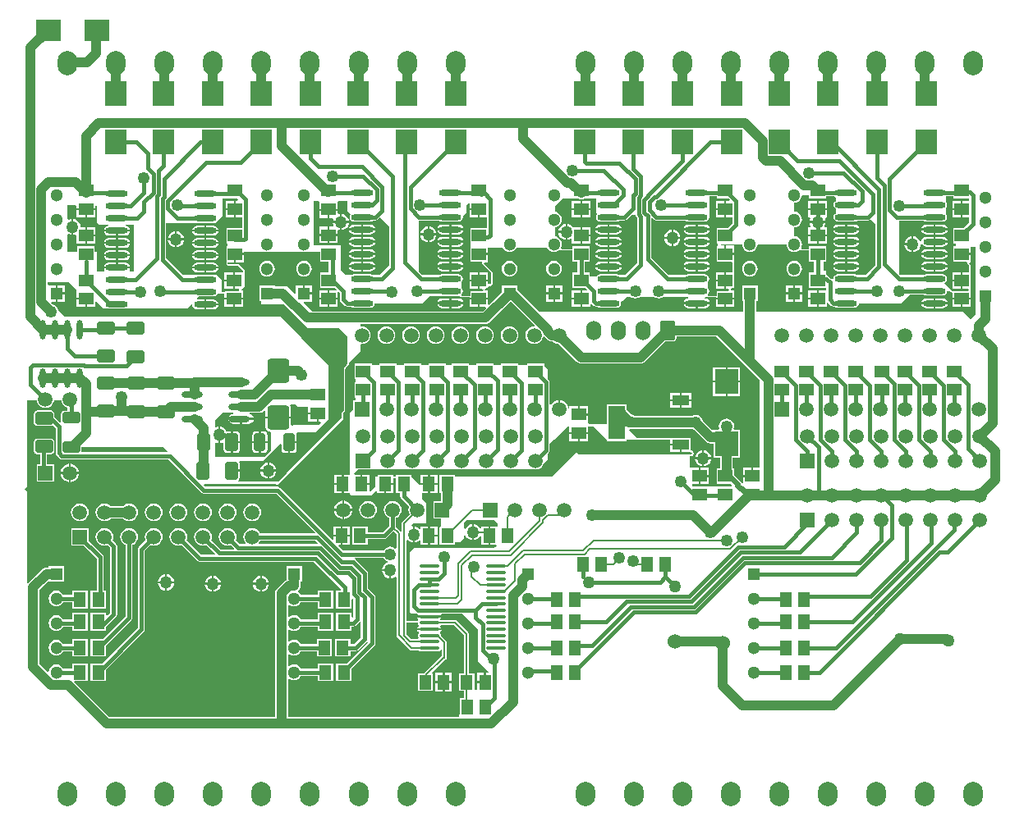
<source format=gbl>
G04 Layer_Physical_Order=2*
G04 Layer_Color=16711680*
%FSLAX25Y25*%
%MOIN*%
G70*
G01*
G75*
G04:AMPARAMS|DCode=17|XSize=70.87mil|YSize=51.18mil|CornerRadius=6.4mil|HoleSize=0mil|Usage=FLASHONLY|Rotation=90.000|XOffset=0mil|YOffset=0mil|HoleType=Round|Shape=RoundedRectangle|*
%AMROUNDEDRECTD17*
21,1,0.07087,0.03839,0,0,90.0*
21,1,0.05807,0.05118,0,0,90.0*
1,1,0.01280,0.01919,0.02904*
1,1,0.01280,0.01919,-0.02904*
1,1,0.01280,-0.01919,-0.02904*
1,1,0.01280,-0.01919,0.02904*
%
%ADD17ROUNDEDRECTD17*%
%ADD21C,0.00787*%
%ADD22C,0.03937*%
%ADD23C,0.01575*%
%ADD25O,0.07874X0.09843*%
%ADD26C,0.06000*%
%ADD27R,0.05118X0.05118*%
%ADD28C,0.05118*%
%ADD29C,0.05906*%
%ADD30R,0.05906X0.05906*%
%ADD31R,0.05906X0.05906*%
%ADD32C,0.05906*%
%ADD33R,0.05906X0.05906*%
%ADD34O,0.06000X0.08000*%
G04:AMPARAMS|DCode=35|XSize=60mil|YSize=80mil|CornerRadius=7.5mil|HoleSize=0mil|Usage=FLASHONLY|Rotation=180.000|XOffset=0mil|YOffset=0mil|HoleType=Round|Shape=RoundedRectangle|*
%AMROUNDEDRECTD35*
21,1,0.06000,0.06500,0,0,180.0*
21,1,0.04500,0.08000,0,0,180.0*
1,1,0.01500,-0.02250,0.03250*
1,1,0.01500,0.02250,0.03250*
1,1,0.01500,0.02250,-0.03250*
1,1,0.01500,-0.02250,-0.03250*
%
%ADD35ROUNDEDRECTD35*%
%ADD36C,0.05000*%
%ADD37C,0.04921*%
%ADD38R,0.05906X0.05118*%
%ADD39R,0.09449X0.10236*%
%ADD40R,0.06890X0.04331*%
%ADD41R,0.06890X0.04331*%
%ADD42R,0.06890X0.13780*%
%ADD43R,0.05118X0.05906*%
%ADD44R,0.10236X0.08661*%
%ADD45R,0.08661X0.10236*%
%ADD46O,0.09055X0.02362*%
%ADD47O,0.02362X0.07874*%
G04:AMPARAMS|DCode=48|XSize=70.87mil|YSize=51.18mil|CornerRadius=6.4mil|HoleSize=0mil|Usage=FLASHONLY|Rotation=0.000|XOffset=0mil|YOffset=0mil|HoleType=Round|Shape=RoundedRectangle|*
%AMROUNDEDRECTD48*
21,1,0.07087,0.03839,0,0,0.0*
21,1,0.05807,0.05118,0,0,0.0*
1,1,0.01280,0.02904,-0.01919*
1,1,0.01280,-0.02904,-0.01919*
1,1,0.01280,-0.02904,0.01919*
1,1,0.01280,0.02904,0.01919*
%
%ADD48ROUNDEDRECTD48*%
%ADD49O,0.08268X0.01378*%
G04:AMPARAMS|DCode=50|XSize=98.43mil|YSize=86.61mil|CornerRadius=10.83mil|HoleSize=0mil|Usage=FLASHONLY|Rotation=90.000|XOffset=0mil|YOffset=0mil|HoleType=Round|Shape=RoundedRectangle|*
%AMROUNDEDRECTD50*
21,1,0.09843,0.06496,0,0,90.0*
21,1,0.07677,0.08661,0,0,90.0*
1,1,0.02165,0.03248,0.03839*
1,1,0.02165,0.03248,-0.03839*
1,1,0.02165,-0.03248,-0.03839*
1,1,0.02165,-0.03248,0.03839*
%
%ADD50ROUNDEDRECTD50*%
%ADD51O,0.08661X0.02362*%
G04:AMPARAMS|DCode=52|XSize=70.87mil|YSize=45.28mil|CornerRadius=5.66mil|HoleSize=0mil|Usage=FLASHONLY|Rotation=0.000|XOffset=0mil|YOffset=0mil|HoleType=Round|Shape=RoundedRectangle|*
%AMROUNDEDRECTD52*
21,1,0.07087,0.03396,0,0,0.0*
21,1,0.05955,0.04528,0,0,0.0*
1,1,0.01132,0.02977,-0.01698*
1,1,0.01132,-0.02977,-0.01698*
1,1,0.01132,-0.02977,0.01698*
1,1,0.01132,0.02977,0.01698*
%
%ADD52ROUNDEDRECTD52*%
G04:AMPARAMS|DCode=53|XSize=70.87mil|YSize=45.28mil|CornerRadius=5.66mil|HoleSize=0mil|Usage=FLASHONLY|Rotation=90.000|XOffset=0mil|YOffset=0mil|HoleType=Round|Shape=RoundedRectangle|*
%AMROUNDEDRECTD53*
21,1,0.07087,0.03396,0,0,90.0*
21,1,0.05955,0.04528,0,0,90.0*
1,1,0.01132,0.01698,0.02977*
1,1,0.01132,0.01698,-0.02977*
1,1,0.01132,-0.01698,-0.02977*
1,1,0.01132,-0.01698,0.02977*
%
%ADD53ROUNDEDRECTD53*%
%ADD54C,0.02362*%
G36*
X181760Y262607D02*
Y260653D01*
X185500D01*
Y260260D01*
X185894D01*
Y256913D01*
X188764D01*
Y252650D01*
X181957D01*
Y246350D01*
X182000D01*
Y245169D01*
X181957D01*
Y238870D01*
X186651D01*
X186928Y238454D01*
X186913Y238418D01*
Y238291D01*
X186864Y238173D01*
X186913Y238056D01*
Y237929D01*
X187003Y237839D01*
X187052Y237721D01*
X190505Y234268D01*
X190595Y234051D01*
Y230469D01*
X190505Y230252D01*
X189944Y229691D01*
X189415Y229722D01*
X189350Y229753D01*
X189244Y229918D01*
X189240Y229940D01*
Y230847D01*
X185894D01*
Y227894D01*
X186798D01*
X187220Y227606D01*
X187269Y227489D01*
Y227410D01*
X187231Y227246D01*
X187006Y226909D01*
X181957D01*
Y225000D01*
X178627D01*
X178537Y225037D01*
X178500Y225127D01*
Y225698D01*
X178537Y225723D01*
X178929Y226309D01*
X179066Y227000D01*
X178929Y227691D01*
X178537Y228277D01*
X178500Y228302D01*
Y230698D01*
X178537Y230723D01*
X178929Y231309D01*
X179066Y232000D01*
X178929Y232691D01*
X178537Y233277D01*
X177951Y233669D01*
X177260Y233806D01*
X170567D01*
X169876Y233669D01*
X169481Y233405D01*
X162582D01*
X161003Y234984D01*
X161067Y255592D01*
X161071Y255595D01*
X169481D01*
X169876Y255331D01*
X170567Y255194D01*
X177260D01*
X177951Y255331D01*
X178537Y255723D01*
X178929Y256309D01*
X179066Y257000D01*
X178972Y257472D01*
X180500Y259000D01*
Y262000D01*
X181298Y262798D01*
X181760Y262607D01*
D02*
G37*
G36*
X59180Y161820D02*
X58989Y161358D01*
X24559D01*
X24149Y161858D01*
X24157Y161897D01*
Y163506D01*
X24245Y163594D01*
X57406D01*
X59180Y161820D01*
D02*
G37*
G36*
X310432Y245178D02*
X310749Y244412D01*
X311254Y243754D01*
X311912Y243249D01*
X312678Y242932D01*
X313500Y242823D01*
X314322Y242932D01*
X315088Y243249D01*
X315467Y243539D01*
X315559Y243585D01*
X316041Y243548D01*
X316150Y243503D01*
X316171Y243486D01*
X316246Y243410D01*
X316374Y243410D01*
X316493Y243361D01*
X319457D01*
Y238870D01*
X321595D01*
Y234390D01*
X319457D01*
Y228091D01*
X326543D01*
X326595Y227612D01*
Y227106D01*
X323394D01*
Y223760D01*
Y220413D01*
X326740D01*
Y222066D01*
X327240Y222273D01*
X328507Y221007D01*
X328962Y220702D01*
X329500Y220595D01*
X330154D01*
X330549Y220331D01*
X331240Y220194D01*
X337933D01*
X338624Y220331D01*
X339210Y220723D01*
X339602Y221309D01*
X339739Y222000D01*
X357000D01*
X360595Y225595D01*
X365981D01*
X366376Y225331D01*
X367067Y225194D01*
X373760D01*
X374451Y225331D01*
X375037Y225723D01*
X375429Y226309D01*
X375566Y227000D01*
X376596D01*
X377030Y226566D01*
X377194Y226498D01*
X377339Y226395D01*
X377760Y226299D01*
Y224153D01*
X385240D01*
Y227106D01*
X385240D01*
X385045Y227428D01*
X385036Y227591D01*
X385043Y228091D01*
X385043Y228091D01*
X385043Y228091D01*
Y234390D01*
X385043D01*
X385006Y234445D01*
X385065Y234587D01*
Y237347D01*
X384878Y237799D01*
X384466Y238211D01*
X384657Y238673D01*
X385240D01*
Y241626D01*
X381500D01*
Y242413D01*
X385240D01*
Y245000D01*
X387000D01*
Y217500D01*
X385000Y215500D01*
X382000Y218500D01*
X298081D01*
Y222850D01*
X298650D01*
Y229150D01*
X292350D01*
Y222850D01*
X292919D01*
Y218500D01*
X209945D01*
X201150Y227295D01*
Y229150D01*
X194850D01*
Y226501D01*
X189702Y221352D01*
X189240Y221544D01*
Y223366D01*
X185894D01*
Y220413D01*
X188110D01*
X188301Y219952D01*
X187025Y218676D01*
X117824D01*
X114308Y222192D01*
X114500Y222654D01*
X117847D01*
Y225606D01*
X114500D01*
Y226000D01*
X114106D01*
Y229346D01*
X111153D01*
Y226000D01*
X110692Y225808D01*
X107500Y229000D01*
X102650D01*
Y229150D01*
X96350D01*
Y222850D01*
X97000D01*
Y221500D01*
X106500D01*
X115500Y212500D01*
X116000Y212000D01*
X128500D01*
X132012Y208488D01*
Y197327D01*
X131922Y197109D01*
X131832Y197020D01*
X131832Y197020D01*
X131063Y196250D01*
X131038Y196190D01*
X130983Y196154D01*
X130784Y195856D01*
X130760Y195731D01*
X130689Y195625D01*
X130619Y195274D01*
X130632Y195210D01*
X130607Y195150D01*
Y178426D01*
X130517Y178209D01*
X130427Y178119D01*
X130427Y178119D01*
X130138Y177830D01*
X130089Y177713D01*
X129999Y177623D01*
X129909Y177406D01*
Y177278D01*
X129861Y177161D01*
Y175361D01*
X107500Y153000D01*
X104000Y149500D01*
X87999D01*
X87847Y150000D01*
X87948Y150067D01*
X88264Y150540D01*
X88374Y151096D01*
Y153606D01*
X85000D01*
Y154394D01*
X88374D01*
Y156904D01*
X88264Y157460D01*
X88237Y157500D01*
X88504Y158000D01*
X98000D01*
X104866Y164866D01*
X105328Y164674D01*
Y162523D01*
X105433Y161995D01*
X105732Y161547D01*
X106180Y161248D01*
X106708Y161143D01*
X108012D01*
Y165500D01*
X108405D01*
Y165894D01*
X111483D01*
Y168477D01*
X111378Y169005D01*
X111649Y169500D01*
X119000D01*
X122000Y172500D01*
X124500Y175000D01*
Y195000D01*
Y197000D01*
X113500Y208000D01*
X105000Y216500D01*
X17500D01*
X14740Y219260D01*
X14736Y219297D01*
X14428Y220039D01*
X13939Y220676D01*
X13302Y221165D01*
X12559Y221473D01*
X12522Y221478D01*
X11808Y222192D01*
X12000Y222654D01*
X13606D01*
Y226000D01*
Y229346D01*
X10654D01*
X10500Y229783D01*
Y230500D01*
X19000D01*
X22007Y227493D01*
X22260Y227106D01*
X22260D01*
X22260Y227106D01*
Y224153D01*
X26000D01*
Y223760D01*
X26394D01*
Y220413D01*
X29740D01*
Y222607D01*
X30202Y222798D01*
X33000Y220000D01*
X34296D01*
X34549Y219831D01*
X35240Y219694D01*
X41933D01*
X42624Y219831D01*
X42877Y220000D01*
X67000D01*
X68611Y221611D01*
X69084Y221377D01*
X69213Y220732D01*
X69648Y220081D01*
X70299Y219646D01*
X71067Y219493D01*
X74020D01*
Y221500D01*
Y223507D01*
X71214D01*
X71010Y223882D01*
X70993Y223993D01*
X71694Y224694D01*
X77760D01*
X78451Y224831D01*
X79037Y225223D01*
X79429Y225809D01*
X79467Y226000D01*
X80717D01*
X80755Y225962D01*
X80883Y225909D01*
X81010D01*
X81127Y225861D01*
X82260D01*
Y224153D01*
X89740D01*
Y227106D01*
X89313D01*
X89106Y227606D01*
X90500Y229000D01*
Y234741D01*
X90522Y234763D01*
Y234956D01*
X90555Y235146D01*
X90522Y235194D01*
Y235252D01*
X90500Y235304D01*
Y235500D01*
X88081Y237919D01*
X83723D01*
X83633Y237956D01*
X83596Y238046D01*
Y238546D01*
X83598Y238550D01*
Y238616D01*
X83634Y238670D01*
X83637Y238673D01*
X86106D01*
Y242020D01*
X86500D01*
Y242413D01*
X90240D01*
Y243000D01*
X98512D01*
X98678Y242932D01*
X99500Y242823D01*
X100322Y242932D01*
X100488Y243000D01*
X113512D01*
X113678Y242932D01*
X114500Y242823D01*
X115322Y242932D01*
X115488Y243000D01*
X120957D01*
Y238870D01*
X124595D01*
Y234390D01*
X120957D01*
Y228091D01*
X127163D01*
X127685Y227568D01*
X127494Y227106D01*
X124894D01*
Y224153D01*
X128240D01*
Y226360D01*
X128702Y226551D01*
X129095Y226158D01*
Y223500D01*
X129202Y222962D01*
X129507Y222507D01*
X131007Y221007D01*
X131462Y220702D01*
X132000Y220595D01*
X133654D01*
X134049Y220331D01*
X134740Y220194D01*
X141433D01*
X142124Y220331D01*
X142710Y220723D01*
X143102Y221309D01*
X143239Y222000D01*
X162500D01*
X165500Y225000D01*
X177861D01*
X178048Y224548D01*
X178500Y224361D01*
X181760D01*
Y224153D01*
X189240D01*
Y227106D01*
X188067D01*
X187859Y227606D01*
X188344Y228091D01*
X189043D01*
Y228489D01*
X189402Y228808D01*
X189515Y228858D01*
X189585D01*
X189702Y228810D01*
X189820Y228858D01*
X189947D01*
X190037Y228948D01*
X190154Y228997D01*
X191047Y229890D01*
X191234Y230342D01*
Y234178D01*
X191047Y234630D01*
X187504Y238173D01*
X187711Y238673D01*
X189240D01*
Y241626D01*
X185500D01*
Y242413D01*
X189240D01*
Y244500D01*
X195212D01*
X195249Y244412D01*
X195754Y243754D01*
X196412Y243249D01*
X197178Y242932D01*
X198000Y242823D01*
X198822Y242932D01*
X199588Y243249D01*
X200246Y243754D01*
X200751Y244412D01*
X200788Y244500D01*
X213212D01*
X213249Y244412D01*
X213754Y243754D01*
X214412Y243249D01*
X215178Y242932D01*
X216000Y242823D01*
X216822Y242932D01*
X217588Y243249D01*
X217967Y243539D01*
X218059Y243585D01*
X218541Y243548D01*
X218651Y243503D01*
X218671Y243486D01*
X218746Y243410D01*
X218874Y243410D01*
X218993Y243361D01*
X223457D01*
Y238870D01*
X225595D01*
Y234390D01*
X223457D01*
Y228091D01*
X228923D01*
X229445Y227568D01*
X229254Y227106D01*
X227394D01*
Y223760D01*
Y220413D01*
X230740D01*
Y221566D01*
X231240Y221773D01*
X232007Y221007D01*
X232462Y220702D01*
X233000Y220595D01*
X233654D01*
X234049Y220331D01*
X234740Y220194D01*
X241433D01*
X242124Y220331D01*
X242710Y220723D01*
X243102Y221309D01*
X243239Y222000D01*
X243140Y222500D01*
X243451Y223000D01*
X244000D01*
X245500Y224500D01*
X247246D01*
X247461Y224335D01*
X248203Y224027D01*
X249000Y223922D01*
X249797Y224027D01*
X250539Y224335D01*
X250754Y224500D01*
X256746D01*
X256961Y224335D01*
X257703Y224027D01*
X258500Y223922D01*
X259296Y224027D01*
X260039Y224335D01*
X260254Y224500D01*
X270550D01*
X270567Y224007D01*
X269799Y223854D01*
X269148Y223419D01*
X268713Y222768D01*
X268638Y222394D01*
X279189D01*
X279114Y222768D01*
X278679Y223419D01*
X278028Y223854D01*
X277260Y224007D01*
X277277Y224500D01*
X278164D01*
X278500Y224361D01*
X281760D01*
Y224153D01*
X289240D01*
Y227106D01*
X287917D01*
X287696Y227576D01*
X287695Y227606D01*
X287776Y227687D01*
Y227721D01*
X288145Y228091D01*
X289043D01*
Y234390D01*
X289043Y234390D01*
X288983Y234890D01*
X289065Y235087D01*
Y238347D01*
X289049Y238387D01*
X289240Y238673D01*
X289240D01*
Y241626D01*
X285500D01*
Y242020D01*
X285106D01*
Y245366D01*
X284030D01*
X283762Y245866D01*
X283852Y246000D01*
X292323D01*
X292431Y245178D01*
X292749Y244412D01*
X293254Y243754D01*
X293912Y243249D01*
X294678Y242932D01*
X295500Y242823D01*
X296322Y242932D01*
X297088Y243249D01*
X297746Y243754D01*
X298251Y244412D01*
X298569Y245178D01*
X298677Y246000D01*
X310323D01*
X310432Y245178D01*
D02*
G37*
G36*
X319457Y264591D02*
X326543D01*
Y265595D01*
X329905D01*
X330500Y265000D01*
Y263636D01*
X329963Y263277D01*
X329571Y262691D01*
X329434Y262000D01*
X329571Y261309D01*
X329963Y260723D01*
X330500Y260364D01*
Y258636D01*
X329963Y258277D01*
X329571Y257691D01*
X329434Y257000D01*
X329571Y256309D01*
X329963Y255723D01*
X330549Y255331D01*
X331240Y255194D01*
X337933D01*
X338624Y255331D01*
X339019Y255595D01*
X343500D01*
X344038Y255702D01*
X344493Y256007D01*
X346426Y254074D01*
Y237413D01*
X342418Y233405D01*
X339019D01*
X338624Y233669D01*
X337933Y233806D01*
X331240D01*
X330549Y233669D01*
X329963Y233277D01*
X329571Y232691D01*
X329434Y232000D01*
X329418Y231980D01*
X328507D01*
X327513Y232974D01*
X327057Y233278D01*
X326543Y233381D01*
Y235130D01*
X325500D01*
Y238870D01*
X326543D01*
Y245169D01*
X319457D01*
Y244000D01*
X316493D01*
X316288Y244500D01*
X316568Y245178D01*
X316677Y246000D01*
X316568Y246822D01*
X316251Y247588D01*
X315746Y248246D01*
X315088Y248751D01*
X314322Y249068D01*
X313500Y249177D01*
Y252823D01*
X314322Y252931D01*
X315088Y253249D01*
X315746Y253754D01*
X316251Y254412D01*
X316568Y255178D01*
X316677Y256000D01*
X316568Y256822D01*
X316251Y257588D01*
X315746Y258246D01*
X315088Y258751D01*
X314322Y259068D01*
X313500Y259177D01*
Y262823D01*
X314322Y262931D01*
X315088Y263249D01*
X315746Y263754D01*
X316251Y264412D01*
X316568Y265178D01*
X316677Y266000D01*
X319457D01*
Y264591D01*
D02*
G37*
G36*
X281957D02*
X286923D01*
X287445Y264068D01*
X287253Y263606D01*
X285894D01*
Y260260D01*
Y256913D01*
X288426D01*
Y254413D01*
X286663Y252650D01*
X281957D01*
Y246350D01*
X282500D01*
Y245169D01*
X281957D01*
Y238870D01*
X288047D01*
X288063Y238863D01*
X288406Y238500D01*
X288451Y238407D01*
X288426Y238347D01*
Y238282D01*
X288422Y238262D01*
X288426Y238256D01*
Y235214D01*
X288393Y235134D01*
Y234971D01*
X288349Y234814D01*
X288147Y234587D01*
X285894D01*
Y231240D01*
Y227894D01*
X286633D01*
X286966Y227667D01*
X287056Y227590D01*
X287056Y227560D01*
X287111Y227438D01*
X287112Y227410D01*
X286850Y226909D01*
X281957D01*
Y225000D01*
X278627D01*
X278500Y225053D01*
Y225698D01*
X278537Y225723D01*
X278929Y226309D01*
X279066Y227000D01*
X278929Y227691D01*
X278537Y228277D01*
X278500Y228302D01*
Y230698D01*
X278537Y230723D01*
X278929Y231309D01*
X279066Y232000D01*
X278929Y232691D01*
X278537Y233277D01*
X277951Y233669D01*
X277260Y233806D01*
X270567D01*
X269876Y233669D01*
X269481Y233405D01*
X262582D01*
X255401Y240586D01*
Y256500D01*
X256084D01*
X256578Y256007D01*
X257034Y255702D01*
X257571Y255595D01*
X269481D01*
X269876Y255331D01*
X270567Y255194D01*
X277260D01*
X277951Y255331D01*
X278537Y255723D01*
X278929Y256309D01*
X279066Y257000D01*
X278973Y257467D01*
X279000Y257500D01*
X279000D01*
Y261667D01*
X279066Y262000D01*
X279000Y262333D01*
Y265595D01*
X281957D01*
Y264591D01*
D02*
G37*
G36*
X377957D02*
X384595D01*
Y263606D01*
X381894D01*
Y260260D01*
Y256913D01*
X384595D01*
Y254822D01*
X382422Y252650D01*
X377957D01*
Y246350D01*
X379000D01*
Y245169D01*
X377957D01*
Y238870D01*
X383598D01*
X383781Y238596D01*
X383875Y238370D01*
Y238329D01*
X383826Y238211D01*
X383875Y238094D01*
Y237967D01*
X383965Y237877D01*
X384014Y237759D01*
X384336Y237437D01*
X384426Y237220D01*
Y234714D01*
X384416Y234690D01*
Y234624D01*
X384391Y234587D01*
X381894D01*
Y231240D01*
Y227894D01*
X384068D01*
X384398Y227556D01*
X384406Y227410D01*
X384405Y227391D01*
X384233Y227047D01*
X384084Y226920D01*
X384060Y226909D01*
X377957D01*
X377957Y226909D01*
X377564Y227019D01*
X377491Y227036D01*
X377438Y227089D01*
X377392Y227108D01*
X374589Y229911D01*
X374626Y230448D01*
X375037Y230723D01*
X375429Y231309D01*
X375566Y232000D01*
X375429Y232691D01*
X375037Y233277D01*
X374451Y233669D01*
X373760Y233806D01*
X367067D01*
X366376Y233669D01*
X365981Y233405D01*
X356582D01*
X356000Y233987D01*
Y255595D01*
X365981D01*
X366376Y255331D01*
X367067Y255194D01*
X373760D01*
X374451Y255331D01*
X375037Y255723D01*
X375429Y256309D01*
X375566Y257000D01*
X375429Y257691D01*
X375037Y258277D01*
X375000Y258302D01*
Y260698D01*
X375037Y260723D01*
X375429Y261309D01*
X375566Y262000D01*
X375429Y262691D01*
X375037Y263277D01*
X375000Y263302D01*
Y265595D01*
X377957D01*
Y264591D01*
D02*
G37*
G36*
X247000Y170919D02*
X263457D01*
Y170744D01*
X271528D01*
X271528Y170744D01*
X272028Y170807D01*
X272704Y170527D01*
X272840Y170509D01*
X277655Y165695D01*
X278190Y165284D01*
X278812Y165026D01*
X279480Y164939D01*
X280685D01*
Y159193D01*
X283419D01*
Y154890D01*
X281957D01*
Y148591D01*
X287615D01*
X288205Y148000D01*
X287998Y147500D01*
X272354D01*
X272000Y147854D01*
Y148000D01*
X272163Y148394D01*
X274606D01*
Y151740D01*
Y155087D01*
X271260D01*
X271000Y155479D01*
Y159861D01*
X271873D01*
X271990Y159909D01*
X272117Y159909D01*
X272207Y159947D01*
X272207Y159947D01*
X272207Y159947D01*
X272207Y159947D01*
X272297Y160037D01*
X272325Y160048D01*
X272336Y160076D01*
X272424Y160164D01*
X272452Y160175D01*
X272463Y160203D01*
X272553Y160293D01*
X272553Y160293D01*
X272553Y160293D01*
X272553Y160293D01*
X272590Y160382D01*
X272590Y160510D01*
X272639Y160627D01*
Y160979D01*
X272613Y161042D01*
Y161098D01*
X272590Y161152D01*
Y161224D01*
X272564Y161287D01*
X272549Y161354D01*
X272507Y161412D01*
X272494Y161469D01*
X272462Y161514D01*
X272446Y161581D01*
X272298Y161789D01*
X272234Y161828D01*
X272232Y161839D01*
X272216Y161849D01*
X272203Y161881D01*
X272164Y161920D01*
X272073Y161957D01*
X272022Y162008D01*
X271996Y162019D01*
X271996D01*
X271971Y162034D01*
X271900Y162046D01*
X271817Y162098D01*
X271762Y162107D01*
X271590Y162413D01*
X271528Y162569D01*
Y167201D01*
X263457D01*
Y167201D01*
X263178Y167139D01*
X249861D01*
X246572Y170428D01*
X246728Y170928D01*
X246756Y170951D01*
X247000Y170919D01*
D02*
G37*
G36*
X208126Y213018D02*
X207879Y212558D01*
X207075Y212452D01*
X206213Y212095D01*
X205473Y211527D01*
X204905Y210787D01*
X204548Y209925D01*
X204426Y209000D01*
X204548Y208075D01*
X204905Y207213D01*
X205473Y206473D01*
X206213Y205905D01*
X207075Y205548D01*
X208000Y205426D01*
X208925Y205548D01*
X209787Y205905D01*
X210527Y206473D01*
X211095Y207213D01*
X211452Y208075D01*
X211466Y208177D01*
X211993Y208356D01*
X213175Y207175D01*
X213709Y206765D01*
X214332Y206507D01*
X215000Y206419D01*
X215543D01*
X216213Y205905D01*
X217075Y205548D01*
X217912Y205438D01*
X225175Y198175D01*
X225709Y197765D01*
X226332Y197507D01*
X227000Y197419D01*
X251000D01*
X251668Y197507D01*
X252291Y197765D01*
X252825Y198175D01*
X261034Y206383D01*
X264250D01*
X264773Y206487D01*
X265216Y206784D01*
X265513Y207227D01*
X265617Y207750D01*
Y208419D01*
X281931D01*
X293675Y196675D01*
X299419Y190931D01*
Y155087D01*
X296894D01*
Y151740D01*
X296500D01*
Y151347D01*
X292760D01*
Y149222D01*
X292294Y148907D01*
X291971Y149042D01*
X291945Y149176D01*
X291553Y149762D01*
X289043Y152271D01*
Y154890D01*
X288581D01*
Y159193D01*
X291315D01*
Y170610D01*
X289177D01*
X288899Y171026D01*
X288973Y171203D01*
X289077Y172000D01*
X288973Y172796D01*
X288665Y173539D01*
X288176Y174176D01*
X287539Y174665D01*
X286796Y174973D01*
X286000Y175077D01*
X285204Y174973D01*
X284461Y174665D01*
X283824Y174176D01*
X283335Y173539D01*
X283027Y172796D01*
X282923Y172000D01*
X283027Y171203D01*
X283101Y171026D01*
X282823Y170610D01*
X280685D01*
Y170610D01*
X280185Y170465D01*
X276491Y174160D01*
X276473Y174296D01*
X276165Y175039D01*
X275676Y175676D01*
X275039Y176165D01*
X274296Y176473D01*
X273500Y176577D01*
X272704Y176473D01*
X272028Y176193D01*
X271528Y176256D01*
Y176256D01*
X271528Y176256D01*
X263457D01*
Y176081D01*
X248749D01*
X248676Y176176D01*
X248039Y176665D01*
X247297Y176973D01*
X247160Y176991D01*
X246079Y178071D01*
X245543Y178607D01*
Y180980D01*
X237472D01*
Y173000D01*
X229997D01*
X229740Y173394D01*
X229740Y173500D01*
Y176347D01*
X226000D01*
Y176740D01*
X225606D01*
Y180087D01*
X222260D01*
Y179128D01*
X221760Y179095D01*
X221644Y179976D01*
X221267Y180886D01*
X220668Y181667D01*
X219886Y182267D01*
X218976Y182644D01*
X218394Y182721D01*
Y179000D01*
X217606D01*
Y182721D01*
X217024Y182644D01*
X216114Y182267D01*
X215333Y181667D01*
X214733Y180886D01*
X214236Y180992D01*
Y189909D01*
X214129Y190447D01*
X213824Y190903D01*
X213500Y191227D01*
Y195000D01*
X212043Y196457D01*
Y197390D01*
X204957D01*
Y197000D01*
X201543D01*
Y197390D01*
X194457D01*
Y197000D01*
X191543D01*
Y197390D01*
X184457D01*
Y197000D01*
X181543D01*
Y197390D01*
X174457D01*
Y197000D01*
X172043D01*
Y197390D01*
X164957D01*
Y197000D01*
X162043D01*
Y197390D01*
X154957D01*
Y197000D01*
X152043D01*
Y197390D01*
X144957D01*
Y197000D01*
X142043D01*
Y197390D01*
X134957D01*
Y191091D01*
X135500D01*
Y189909D01*
X134957D01*
Y183610D01*
X135500D01*
Y182543D01*
X134457D01*
Y178957D01*
X133000Y177500D01*
Y153500D01*
Y152240D01*
X130654D01*
Y148500D01*
Y144760D01*
X133000D01*
Y144500D01*
X133500Y144000D01*
X142000D01*
X143711Y145711D01*
X144173Y145520D01*
Y144760D01*
X147126D01*
Y148500D01*
X147520D01*
Y148894D01*
X150866D01*
Y150861D01*
X151850D01*
Y144957D01*
X153595D01*
Y143500D01*
X153702Y142962D01*
X154007Y142507D01*
X157206Y139307D01*
X157048Y138925D01*
X156926Y138000D01*
X157048Y137075D01*
X157372Y136292D01*
X154412Y133332D01*
X154195Y133006D01*
X154119Y132622D01*
Y129492D01*
X153974Y129392D01*
X153619Y129301D01*
X151905Y131014D01*
Y134747D01*
X152287Y134905D01*
X153027Y135473D01*
X153595Y136213D01*
X153952Y137075D01*
X154074Y138000D01*
X153952Y138925D01*
X153595Y139787D01*
X153027Y140527D01*
X152287Y141095D01*
X151425Y141452D01*
X150500Y141574D01*
X149575Y141452D01*
X148713Y141095D01*
X147973Y140527D01*
X147405Y139787D01*
X147048Y138925D01*
X146926Y138000D01*
X147048Y137075D01*
X147405Y136213D01*
X147973Y135473D01*
X148713Y134905D01*
X149095Y134747D01*
Y131582D01*
X146418Y128905D01*
X140390D01*
Y131043D01*
X134091D01*
Y123957D01*
X140390D01*
Y126095D01*
X147000D01*
X147538Y126202D01*
X147994Y126506D01*
X150534Y129047D01*
X151034D01*
X151997Y128084D01*
Y122545D01*
X151497Y122314D01*
X151039Y122665D01*
X150296Y122973D01*
X149500Y123077D01*
X148704Y122973D01*
X147961Y122665D01*
X147324Y122176D01*
X146835Y121539D01*
X146779Y121405D01*
X130381D01*
X128488Y123298D01*
X128680Y123760D01*
X129366D01*
Y127106D01*
X126413D01*
Y126026D01*
X125952Y125835D01*
X104793Y146994D01*
X104337Y147298D01*
X103799Y147405D01*
X74488D01*
X73855Y148038D01*
X74047Y148500D01*
X103000D01*
X103500Y148000D01*
X128500Y173000D01*
X130500Y175000D01*
Y177161D01*
X130590Y177378D01*
X130969Y177757D01*
X131018Y177875D01*
X131107Y177964D01*
X131197Y178181D01*
Y178309D01*
X131246Y178426D01*
Y195150D01*
X131316Y195501D01*
X131515Y195799D01*
X132374Y196658D01*
X132423Y196775D01*
X132512Y196865D01*
X132602Y197082D01*
Y197209D01*
X132651Y197327D01*
X132651Y197687D01*
X132651Y197687D01*
X132651D01*
Y197687D01*
X137500Y202536D01*
Y205113D01*
X137876Y205443D01*
X138000Y205426D01*
X138925Y205548D01*
X139787Y205905D01*
X140527Y206473D01*
X141095Y207213D01*
X141452Y208075D01*
X141574Y209000D01*
X141452Y209925D01*
X141095Y210787D01*
X140527Y211527D01*
X139787Y212095D01*
X138925Y212452D01*
X138000Y212574D01*
X137876Y212558D01*
X137500Y212887D01*
Y213513D01*
X188094D01*
X188762Y213601D01*
X189385Y213859D01*
X189920Y214269D01*
X198397Y222747D01*
X208126Y213018D01*
D02*
G37*
G36*
X22260Y261646D02*
Y260653D01*
X29740D01*
Y261357D01*
X30230Y261577D01*
X30500Y261366D01*
Y255000D01*
X31500Y254000D01*
X35223D01*
X35240Y253507D01*
X34472Y253354D01*
X33821Y252919D01*
X33386Y252268D01*
X33311Y251894D01*
X43862D01*
X43787Y252268D01*
X43352Y252919D01*
X42701Y253354D01*
X41933Y253507D01*
X41950Y254000D01*
X45500D01*
Y235000D01*
X43900D01*
X43632Y235500D01*
X43787Y235732D01*
X43862Y236106D01*
X33311D01*
X33386Y235732D01*
X33541Y235500D01*
X33274Y235000D01*
X30500D01*
Y243000D01*
X29897D01*
X29543Y243354D01*
Y245169D01*
X22457D01*
Y243000D01*
X18854D01*
X18500Y243354D01*
Y249817D01*
X19000Y250063D01*
X19642Y249797D01*
X20106Y249736D01*
Y253000D01*
Y256264D01*
X19642Y256203D01*
X19000Y255937D01*
X18500Y256183D01*
Y262000D01*
X21906D01*
X22260Y261646D01*
D02*
G37*
G36*
X87672Y264068D02*
X87481Y263606D01*
X86894D01*
Y260260D01*
Y256913D01*
X89426D01*
Y252650D01*
X82957D01*
Y246350D01*
X83500D01*
Y245169D01*
X82957D01*
Y238870D01*
X82957Y238870D01*
X82957Y238046D01*
X83005Y237929D01*
X83005Y237802D01*
X83043Y237712D01*
X83043Y237712D01*
X83043Y237712D01*
X83043Y237712D01*
X83132Y237622D01*
X83144Y237594D01*
X83171Y237583D01*
X83260Y237495D01*
X83271Y237467D01*
X83299Y237456D01*
X83389Y237366D01*
X83389Y237366D01*
X83389Y237366D01*
X83389Y237366D01*
X83478Y237329D01*
X83606Y237329D01*
X83723Y237280D01*
X87816D01*
X89882Y235214D01*
Y235194D01*
X89905Y235139D01*
X89892Y235067D01*
X89903Y235019D01*
X89645Y234587D01*
X86394D01*
Y231240D01*
Y227894D01*
X88045D01*
X88177Y227804D01*
X88263Y227263D01*
X87910Y226909D01*
X82457D01*
Y226854D01*
X82103Y226500D01*
X81127D01*
X81000Y226553D01*
Y231500D01*
X79000Y233500D01*
X65500D01*
X58500Y240500D01*
Y241000D01*
Y254500D01*
X78500D01*
X81500Y257500D01*
Y264500D01*
X87240D01*
X87672Y264068D01*
D02*
G37*
G36*
X237472Y166528D02*
Y166020D01*
X245543D01*
Y166500D01*
X263260D01*
Y164839D01*
X267492D01*
Y164445D01*
X267886D01*
Y161492D01*
X271558D01*
X271926Y161210D01*
X271942Y161143D01*
X271818Y160651D01*
X271553Y160500D01*
X226000D01*
X225000Y161500D01*
X215000Y151500D01*
X175890D01*
Y152043D01*
X169591D01*
Y144957D01*
X170000D01*
Y141543D01*
X166957D01*
Y134457D01*
X170000D01*
Y131500D01*
X169500Y131000D01*
Y125000D01*
X169591D01*
Y123957D01*
X175890D01*
Y125000D01*
X178000D01*
X179500Y126500D01*
Y127553D01*
X180000Y127652D01*
X180129Y127342D01*
X180655Y126655D01*
X181342Y126128D01*
X182142Y125797D01*
X182606Y125736D01*
Y129000D01*
Y132264D01*
X182142Y132203D01*
X181342Y131871D01*
X180655Y131345D01*
X180129Y130658D01*
X180000Y130348D01*
X179500Y130447D01*
Y133000D01*
X180500Y134000D01*
X191500D01*
X193000Y132500D01*
Y131240D01*
X190154D01*
Y127500D01*
Y123760D01*
X192488D01*
X192640Y123260D01*
X191500Y122500D01*
X159000D01*
X157500Y121000D01*
Y100000D01*
Y96500D01*
X158000Y96000D01*
X160126D01*
X160242Y95922D01*
X160415Y95888D01*
X160645Y95332D01*
X160582Y95237D01*
X160546Y95055D01*
X170289D01*
X170253Y95237D01*
X170201Y95315D01*
X170468Y95815D01*
X178684D01*
X185000Y89500D01*
Y76500D01*
X189298Y72202D01*
X189107Y71740D01*
X188374D01*
Y68000D01*
X187980D01*
Y67606D01*
X184634D01*
Y65000D01*
X183650D01*
Y71543D01*
X181503D01*
Y87500D01*
X181427Y87884D01*
X181210Y88210D01*
X176607Y92812D01*
X176282Y93029D01*
X175898Y93106D01*
X170092D01*
X169927Y93597D01*
X170253Y94085D01*
X170289Y94268D01*
X160546D01*
X160582Y94085D01*
X160908Y93597D01*
X160733Y93138D01*
X160634Y93000D01*
X156126D01*
Y125524D01*
X156626Y125694D01*
X156655Y125655D01*
X157342Y125128D01*
X158142Y124797D01*
X158606Y124736D01*
Y128000D01*
Y131264D01*
X158450Y131243D01*
X158217Y131717D01*
X159000Y132500D01*
X164000D01*
Y137439D01*
X164074Y138000D01*
X164000Y138561D01*
Y141000D01*
X162500Y142500D01*
Y144760D01*
X164866D01*
Y148106D01*
X161591D01*
X161451Y148049D01*
X158150Y151350D01*
Y152043D01*
X151850D01*
Y151500D01*
X150669D01*
Y152043D01*
X144370D01*
Y151500D01*
X143500D01*
Y147500D01*
X141587Y145587D01*
X141087Y145709D01*
Y148106D01*
X137740D01*
Y148500D01*
X137346D01*
Y152240D01*
X134947D01*
X134740Y152740D01*
X136457Y154457D01*
X142043D01*
Y154500D01*
X147939D01*
X148500Y154426D01*
X149061Y154500D01*
X157939D01*
X158500Y154426D01*
X159061Y154500D01*
X167939D01*
X168500Y154426D01*
X169061Y154500D01*
X177939D01*
X178500Y154426D01*
X179061Y154500D01*
X187939D01*
X188500Y154426D01*
X189061Y154500D01*
X197939D01*
X198500Y154426D01*
X199061Y154500D01*
X207939D01*
X208500Y154426D01*
X209061Y154500D01*
X209500D01*
X209635Y154635D01*
X210287Y154905D01*
X211027Y155473D01*
X211595Y156213D01*
X211865Y156865D01*
X213500Y158500D01*
Y161013D01*
X213824Y161337D01*
X214129Y161793D01*
X214236Y162331D01*
Y164736D01*
X216000Y166500D01*
X221500Y172000D01*
X222260D01*
Y169653D01*
X229740D01*
Y172000D01*
X232000D01*
X237472Y166528D01*
D02*
G37*
G36*
X16048Y182075D02*
X16405Y181213D01*
X16973Y180473D01*
X17713Y179905D01*
X18575Y179548D01*
X18595Y179545D01*
Y178282D01*
X17023D01*
X16571Y178193D01*
X16189Y177937D01*
X15933Y177555D01*
X15844Y177103D01*
Y173851D01*
X15483Y173650D01*
X15357Y173630D01*
X13158Y175829D01*
Y177128D01*
X13062Y177608D01*
X12790Y178015D01*
X12384Y178287D01*
X11903Y178382D01*
X6097D01*
X5616Y178287D01*
X5209Y178015D01*
X4938Y177608D01*
X4842Y177128D01*
Y173289D01*
X4938Y172809D01*
X5209Y172402D01*
X5616Y172130D01*
X6097Y172035D01*
X11903D01*
X12384Y172130D01*
X12683Y172330D01*
X13674Y171339D01*
Y161091D01*
X13781Y160554D01*
X14085Y160098D01*
X15224Y158959D01*
X15680Y158655D01*
X16217Y158548D01*
X59372D01*
X72913Y145007D01*
X73369Y144702D01*
X73906Y144595D01*
X103217D01*
X118946Y128867D01*
X118754Y128405D01*
X96753D01*
X96595Y128787D01*
X96027Y129527D01*
X95287Y130095D01*
X94425Y130452D01*
X93500Y130574D01*
X92575Y130452D01*
X91713Y130095D01*
X90973Y129527D01*
X90405Y128787D01*
X90048Y127925D01*
X89926Y127000D01*
X90048Y126075D01*
X90405Y125213D01*
X90895Y124574D01*
X90740Y124074D01*
X88413D01*
X86794Y125693D01*
X86952Y126075D01*
X87074Y127000D01*
X86952Y127925D01*
X86595Y128787D01*
X86027Y129527D01*
X85287Y130095D01*
X84425Y130452D01*
X83500Y130574D01*
X82575Y130452D01*
X81713Y130095D01*
X80973Y129527D01*
X80405Y128787D01*
X80048Y127925D01*
X79926Y127000D01*
X80048Y126075D01*
X80405Y125213D01*
X80973Y124473D01*
X81713Y123905D01*
X82575Y123548D01*
X83500Y123426D01*
X84425Y123548D01*
X84807Y123706D01*
X86142Y122371D01*
X85951Y121909D01*
X80578D01*
X76794Y125693D01*
X76952Y126075D01*
X77074Y127000D01*
X76952Y127925D01*
X76595Y128787D01*
X76027Y129527D01*
X75287Y130095D01*
X74425Y130452D01*
X73500Y130574D01*
X72575Y130452D01*
X71713Y130095D01*
X70973Y129527D01*
X70405Y128787D01*
X70048Y127925D01*
X69926Y127000D01*
X70048Y126075D01*
X70405Y125213D01*
X70973Y124473D01*
X71713Y123905D01*
X72575Y123548D01*
X73500Y123426D01*
X74425Y123548D01*
X74807Y123706D01*
X78308Y120205D01*
X78116Y119744D01*
X72743D01*
X66794Y125693D01*
X66952Y126075D01*
X67074Y127000D01*
X66952Y127925D01*
X66595Y128787D01*
X66027Y129527D01*
X65287Y130095D01*
X64425Y130452D01*
X63500Y130574D01*
X62575Y130452D01*
X61713Y130095D01*
X60973Y129527D01*
X60405Y128787D01*
X60048Y127925D01*
X59926Y127000D01*
X60048Y126075D01*
X60405Y125213D01*
X60973Y124473D01*
X61713Y123905D01*
X62575Y123548D01*
X63500Y123426D01*
X64425Y123548D01*
X64807Y123706D01*
X71168Y117345D01*
X71624Y117041D01*
X72161Y116934D01*
X118579D01*
X129595Y105918D01*
Y105043D01*
X127591D01*
Y97957D01*
X133890D01*
Y101539D01*
X134390Y101785D01*
X134595Y101627D01*
Y94325D01*
X134390Y94171D01*
X133890Y94421D01*
Y96043D01*
X127591D01*
Y88957D01*
X133890D01*
Y90595D01*
X134500D01*
X135038Y90702D01*
X135494Y91007D01*
X136994Y92507D01*
X137095Y92659D01*
X137595Y92507D01*
Y86082D01*
X134918Y83405D01*
X133390D01*
Y85543D01*
X127091D01*
Y78457D01*
X133390D01*
Y80595D01*
X135500D01*
X136038Y80702D01*
X136494Y81007D01*
X139755Y84268D01*
X140309Y84115D01*
X140321Y84068D01*
X131797Y75543D01*
X127591D01*
Y68457D01*
X133890D01*
Y73663D01*
X142993Y82766D01*
X143298Y83222D01*
X143405Y83760D01*
Y102500D01*
X143298Y103038D01*
X142993Y103493D01*
X140413Y106074D01*
Y112117D01*
X140306Y112654D01*
X140001Y113110D01*
X135287Y117824D01*
X135279Y117830D01*
X135164Y118508D01*
X135229Y118595D01*
X146779D01*
X146835Y118461D01*
X147324Y117824D01*
X147961Y117335D01*
X148411Y117148D01*
Y116607D01*
X147842Y116372D01*
X147155Y115845D01*
X146628Y115158D01*
X146297Y114358D01*
X146236Y113894D01*
X149500D01*
Y113500D01*
X149894D01*
Y110236D01*
X150358Y110297D01*
X151158Y110628D01*
X151497Y110888D01*
X151997Y110642D01*
Y87051D01*
X152073Y86667D01*
X152290Y86342D01*
X157475Y81156D01*
X157801Y80939D01*
X158185Y80863D01*
X161171D01*
X161473Y80661D01*
X161972Y80562D01*
X168862D01*
X169361Y80661D01*
X169785Y80944D01*
X169997Y81261D01*
X170496Y81156D01*
Y78847D01*
X170290Y78710D01*
X163124Y71543D01*
X160610D01*
Y64457D01*
X166909D01*
Y71543D01*
X166616D01*
X166424Y72005D01*
X171416Y76996D01*
X171500D01*
X171884Y77073D01*
X172210Y77290D01*
X172427Y77616D01*
X172503Y78000D01*
Y84154D01*
X172427Y84538D01*
X172210Y84863D01*
X170154Y86919D01*
X170167Y86984D01*
X170068Y87484D01*
X169821Y87853D01*
X169785Y87907D01*
X169878Y88446D01*
X169927Y88479D01*
X170253Y88967D01*
X170289Y89150D01*
X160546D01*
X160582Y88967D01*
X160908Y88479D01*
X160957Y88446D01*
X161050Y87907D01*
X161014Y87853D01*
X160767Y87484D01*
X160668Y86984D01*
X160767Y86485D01*
X161050Y86062D01*
X160850Y85594D01*
X160699Y85429D01*
X157991D01*
X156126Y87294D01*
Y92102D01*
X160668D01*
X160767Y91603D01*
X161014Y91234D01*
X161050Y91180D01*
X160957Y90640D01*
X160908Y90608D01*
X160582Y90119D01*
X160546Y89937D01*
X170289D01*
X170253Y90119D01*
X169927Y90608D01*
X170092Y91099D01*
X175482D01*
X179497Y87084D01*
Y71543D01*
X177350D01*
Y64457D01*
X179497D01*
Y61543D01*
X177610D01*
Y54850D01*
X177500Y54740D01*
Y53691D01*
X107963D01*
Y69346D01*
X108463Y69593D01*
X108912Y69249D01*
X109678Y68932D01*
X110500Y68823D01*
X111322Y68932D01*
X112088Y69249D01*
X112746Y69754D01*
X113251Y70412D01*
X113327Y70595D01*
X120110D01*
Y68457D01*
X126409D01*
Y75543D01*
X120110D01*
Y73405D01*
X113327D01*
X113251Y73588D01*
X112746Y74246D01*
X112088Y74751D01*
X111322Y75068D01*
X110500Y75177D01*
X109678Y75068D01*
X108912Y74751D01*
X108463Y74407D01*
X107963Y74654D01*
Y79347D01*
X108463Y79593D01*
X108912Y79249D01*
X109678Y78931D01*
X110500Y78823D01*
X111322Y78931D01*
X112088Y79249D01*
X112746Y79754D01*
X113251Y80412D01*
X113327Y80595D01*
X119610D01*
Y78457D01*
X125909D01*
Y85543D01*
X119610D01*
Y83405D01*
X113327D01*
X113251Y83588D01*
X112746Y84246D01*
X112088Y84751D01*
X111322Y85069D01*
X110500Y85177D01*
X109678Y85069D01*
X108912Y84751D01*
X108463Y84407D01*
X107963Y84654D01*
Y89346D01*
X108463Y89593D01*
X108912Y89249D01*
X109678Y88932D01*
X110500Y88823D01*
X111322Y88932D01*
X112088Y89249D01*
X112746Y89754D01*
X113251Y90412D01*
X113327Y90595D01*
X120110D01*
Y88957D01*
X126409D01*
Y96043D01*
X120110D01*
Y93405D01*
X113327D01*
X113251Y93588D01*
X112746Y94246D01*
X112088Y94751D01*
X111322Y95069D01*
X110500Y95177D01*
X109678Y95069D01*
X108912Y94751D01*
X108463Y94407D01*
X107963Y94653D01*
Y99347D01*
X108463Y99593D01*
X108912Y99249D01*
X109678Y98931D01*
X110500Y98823D01*
X111322Y98931D01*
X112088Y99249D01*
X112746Y99754D01*
X113251Y100412D01*
X113327Y100595D01*
X120110D01*
Y97957D01*
X126409D01*
Y105043D01*
X120110D01*
Y103405D01*
X113327D01*
X113251Y103588D01*
X112746Y104246D01*
X112264Y104616D01*
X112210Y105130D01*
X112242Y105229D01*
X112325Y105293D01*
X112735Y105828D01*
X112993Y106450D01*
X113081Y107118D01*
Y108850D01*
X113650D01*
Y115150D01*
X107350D01*
Y109461D01*
X107089Y109353D01*
X106555Y108943D01*
X103557Y105945D01*
X103147Y105411D01*
X102889Y104788D01*
X102801Y104120D01*
Y53691D01*
X35459D01*
X21156Y67995D01*
X21347Y68457D01*
X26669D01*
Y75543D01*
X20370D01*
Y73405D01*
X16827D01*
X16751Y73588D01*
X16246Y74246D01*
X15588Y74751D01*
X14822Y75068D01*
X14000Y75177D01*
X13178Y75068D01*
X12412Y74751D01*
X11754Y74246D01*
X11249Y73588D01*
X10932Y72822D01*
X10858Y72262D01*
X10330Y72082D01*
X7081Y75331D01*
Y105431D01*
X10376Y108726D01*
X10850Y108850D01*
Y108850D01*
X10850Y108850D01*
X17150D01*
Y115150D01*
X10850D01*
Y114581D01*
X10000D01*
X9332Y114493D01*
X8709Y114235D01*
X8175Y113825D01*
X2675Y108325D01*
X2500Y108097D01*
X2000Y108267D01*
Y145500D01*
X1000Y146500D01*
X2000Y147500D01*
Y182500D01*
X5992D01*
X6048Y182075D01*
X6405Y181213D01*
X6973Y180473D01*
X7713Y179905D01*
X8575Y179548D01*
X9500Y179426D01*
X10425Y179548D01*
X11287Y179905D01*
X12027Y180473D01*
X12595Y181213D01*
X12952Y182075D01*
X13008Y182500D01*
X15992D01*
X16048Y182075D01*
D02*
G37*
G36*
X233000Y262333D02*
X232934Y262000D01*
X233000Y261667D01*
Y259000D01*
X233486Y258514D01*
X233463Y258277D01*
X233071Y257691D01*
X232934Y257000D01*
X233071Y256309D01*
X233463Y255723D01*
X234049Y255331D01*
X234740Y255194D01*
X241433D01*
X242124Y255331D01*
X242519Y255595D01*
X244500D01*
X245038Y255702D01*
X245493Y256007D01*
X247487Y258000D01*
X248949D01*
X249033Y257578D01*
X249337Y257123D01*
X249760Y256700D01*
Y238247D01*
X244918Y233405D01*
X242519D01*
X242124Y233669D01*
X241433Y233806D01*
X234740D01*
X234049Y233669D01*
X233463Y233277D01*
X233278Y233000D01*
X230543D01*
Y234390D01*
X228405D01*
Y238870D01*
X230543D01*
Y245169D01*
X223457D01*
Y244000D01*
X219120D01*
X219119Y244000D01*
X219066D01*
X219000Y244068D01*
X218930Y244165D01*
X218813Y244397D01*
X218836Y244618D01*
X219069Y245178D01*
X219177Y246000D01*
X219069Y246822D01*
X218751Y247588D01*
X218246Y248246D01*
X217588Y248751D01*
X216822Y249068D01*
X216500Y249111D01*
Y252889D01*
X216822Y252931D01*
X217588Y253249D01*
X218246Y253754D01*
X218751Y254412D01*
X219069Y255178D01*
X219177Y256000D01*
X219069Y256822D01*
X218751Y257588D01*
X218246Y258246D01*
X217588Y258751D01*
X216822Y259068D01*
X216500Y259111D01*
Y261500D01*
X219500Y264500D01*
X225721D01*
X226332Y264247D01*
X227000Y264159D01*
X227668Y264247D01*
X228279Y264500D01*
X233000D01*
Y262333D01*
D02*
G37*
G36*
X112000Y180000D02*
X116260D01*
Y177654D01*
X120000D01*
Y177260D01*
X120394D01*
Y173913D01*
X121260D01*
X121451Y173451D01*
X120500Y172500D01*
X110000D01*
X109655Y172155D01*
X109155Y172362D01*
Y175157D01*
X98845D01*
Y171713D01*
X98990Y170983D01*
X99404Y170364D01*
X100022Y169951D01*
X100636Y169829D01*
X101000Y169500D01*
Y162000D01*
X98500Y159500D01*
X78500D01*
Y165113D01*
X78916Y165391D01*
X79142Y165297D01*
X79606Y165236D01*
Y168500D01*
Y171764D01*
X79142Y171703D01*
X78916Y171609D01*
X78500Y171887D01*
Y174500D01*
X81500Y177500D01*
X85782D01*
X85799Y177007D01*
X85031Y176854D01*
X84380Y176419D01*
X83945Y175768D01*
X83871Y175394D01*
X94027D01*
X93953Y175768D01*
X93518Y176419D01*
X92866Y176854D01*
X92542Y176919D01*
X92591Y177419D01*
X96212D01*
X96828Y177500D01*
X97500D01*
X98383Y178383D01*
X98845Y178192D01*
Y175945D01*
X109155D01*
Y179390D01*
X109010Y180119D01*
X108755Y180500D01*
X109023Y181000D01*
X111000D01*
X112000Y180000D01*
D02*
G37*
G36*
X120164Y124536D02*
X119972Y124074D01*
X96260D01*
X96105Y124574D01*
X96595Y125213D01*
X96753Y125595D01*
X119105D01*
X120164Y124536D01*
D02*
G37*
G36*
X132000Y259500D02*
X133367Y258133D01*
X133071Y257691D01*
X132934Y257000D01*
X133071Y256309D01*
X133463Y255723D01*
X134049Y255331D01*
X134740Y255194D01*
X141433D01*
X142124Y255331D01*
X142519Y255595D01*
X143500D01*
X144038Y255702D01*
X144493Y256007D01*
X145244Y256757D01*
X148934Y253066D01*
Y237434D01*
X145000Y233500D01*
X142377D01*
X142124Y233669D01*
X141433Y233806D01*
X134740D01*
X134049Y233669D01*
X133796Y233500D01*
X131500D01*
X129500Y235500D01*
Y236500D01*
Y245500D01*
X118500D01*
Y263500D01*
X120503D01*
X120760Y263106D01*
X120760Y263000D01*
Y260154D01*
X128240D01*
Y263000D01*
X128240Y263106D01*
X128497Y263500D01*
X132000D01*
Y259500D01*
D02*
G37*
%LPC*%
G36*
X279189Y221606D02*
X274307D01*
Y219993D01*
X277260D01*
X278028Y220146D01*
X278679Y220581D01*
X279114Y221232D01*
X279189Y221606D01*
D02*
G37*
G36*
X370020D02*
X365138D01*
X365213Y221232D01*
X365648Y220581D01*
X366299Y220146D01*
X367067Y219993D01*
X370020D01*
Y221606D01*
D02*
G37*
G36*
X25606Y223366D02*
X22260D01*
Y220413D01*
X25606D01*
Y223366D01*
D02*
G37*
G36*
X375689Y221606D02*
X370807D01*
Y219993D01*
X373760D01*
X374528Y220146D01*
X375179Y220581D01*
X375614Y221232D01*
X375689Y221606D01*
D02*
G37*
G36*
X285106Y223366D02*
X281760D01*
Y220413D01*
X285106D01*
Y223366D01*
D02*
G37*
G36*
X185106D02*
X181760D01*
Y220413D01*
X185106D01*
Y223366D01*
D02*
G37*
G36*
X289240D02*
X285894D01*
Y220413D01*
X289240D01*
Y223366D01*
D02*
G37*
G36*
X385240D02*
X381894D01*
Y220413D01*
X385240D01*
Y223366D01*
D02*
G37*
G36*
X381106D02*
X377760D01*
Y220413D01*
X381106D01*
Y223366D01*
D02*
G37*
G36*
X89740D02*
X86394D01*
Y220413D01*
X89740D01*
Y223366D01*
D02*
G37*
G36*
X128240Y223366D02*
X124894D01*
Y220413D01*
X128240D01*
Y223366D01*
D02*
G37*
G36*
X124106D02*
X120760D01*
Y220413D01*
X124106D01*
Y223366D01*
D02*
G37*
G36*
X226606D02*
X223260D01*
Y220413D01*
X226606D01*
Y223366D01*
D02*
G37*
G36*
X85606Y223366D02*
X82260D01*
Y220413D01*
X85606D01*
Y223366D01*
D02*
G37*
G36*
X322606Y223366D02*
X319260D01*
Y220413D01*
X322606D01*
Y223366D01*
D02*
G37*
G36*
X273520Y221606D02*
X268638D01*
X268713Y221232D01*
X269148Y220581D01*
X269799Y220146D01*
X270567Y219993D01*
X273520D01*
Y221606D01*
D02*
G37*
G36*
X291512Y189705D02*
X286394D01*
Y184193D01*
X291512D01*
Y189705D01*
D02*
G37*
G36*
X285606D02*
X280488D01*
Y184193D01*
X285606D01*
Y189705D01*
D02*
G37*
G36*
X291512Y196004D02*
X286394D01*
Y190492D01*
X291512D01*
Y196004D01*
D02*
G37*
G36*
X285606D02*
X280488D01*
Y190492D01*
X285606D01*
Y196004D01*
D02*
G37*
G36*
X271724Y185508D02*
X267886D01*
Y182949D01*
X271724D01*
Y185508D01*
D02*
G37*
G36*
X267098Y182161D02*
X263260D01*
Y179602D01*
X267098D01*
Y182161D01*
D02*
G37*
G36*
X229740Y180087D02*
X226394D01*
Y177134D01*
X229740D01*
Y180087D01*
D02*
G37*
G36*
X267098Y185508D02*
X263260D01*
Y182949D01*
X267098D01*
Y185508D01*
D02*
G37*
G36*
X271724Y182161D02*
X267886D01*
Y179602D01*
X271724D01*
Y182161D01*
D02*
G37*
G36*
X79689Y221106D02*
X74807D01*
Y219493D01*
X77760D01*
X78528Y219646D01*
X79179Y220081D01*
X79614Y220732D01*
X79689Y221106D01*
D02*
G37*
G36*
X198000Y212574D02*
X197075Y212452D01*
X196213Y212095D01*
X195473Y211527D01*
X194905Y210787D01*
X194548Y209925D01*
X194426Y209000D01*
X194548Y208075D01*
X194905Y207213D01*
X195473Y206473D01*
X196213Y205905D01*
X197075Y205548D01*
X198000Y205426D01*
X198925Y205548D01*
X199787Y205905D01*
X200527Y206473D01*
X201095Y207213D01*
X201452Y208075D01*
X201574Y209000D01*
X201452Y209925D01*
X201095Y210787D01*
X200527Y211527D01*
X199787Y212095D01*
X198925Y212452D01*
X198000Y212574D01*
D02*
G37*
G36*
X179189Y221606D02*
X174307D01*
Y219993D01*
X177260D01*
X178028Y220146D01*
X178679Y220581D01*
X179114Y221232D01*
X179189Y221606D01*
D02*
G37*
G36*
X173520D02*
X168638D01*
X168713Y221232D01*
X169148Y220581D01*
X169799Y220146D01*
X170567Y219993D01*
X173520D01*
Y221606D01*
D02*
G37*
G36*
X188000Y212574D02*
X187075Y212452D01*
X186213Y212095D01*
X185473Y211527D01*
X184905Y210787D01*
X184548Y209925D01*
X184426Y209000D01*
X184548Y208075D01*
X184905Y207213D01*
X185473Y206473D01*
X186213Y205905D01*
X187075Y205548D01*
X188000Y205426D01*
X188925Y205548D01*
X189787Y205905D01*
X190527Y206473D01*
X191095Y207213D01*
X191452Y208075D01*
X191574Y209000D01*
X191452Y209925D01*
X191095Y210787D01*
X190527Y211527D01*
X189787Y212095D01*
X188925Y212452D01*
X188000Y212574D01*
D02*
G37*
G36*
X158000D02*
X157075Y212452D01*
X156213Y212095D01*
X155473Y211527D01*
X154905Y210787D01*
X154548Y209925D01*
X154426Y209000D01*
X154548Y208075D01*
X154905Y207213D01*
X155473Y206473D01*
X156213Y205905D01*
X157075Y205548D01*
X158000Y205426D01*
X158925Y205548D01*
X159787Y205905D01*
X160527Y206473D01*
X161095Y207213D01*
X161452Y208075D01*
X161574Y209000D01*
X161452Y209925D01*
X161095Y210787D01*
X160527Y211527D01*
X159787Y212095D01*
X158925Y212452D01*
X158000Y212574D01*
D02*
G37*
G36*
X148000D02*
X147075Y212452D01*
X146213Y212095D01*
X145473Y211527D01*
X144905Y210787D01*
X144548Y209925D01*
X144426Y209000D01*
X144548Y208075D01*
X144905Y207213D01*
X145473Y206473D01*
X146213Y205905D01*
X147075Y205548D01*
X148000Y205426D01*
X148925Y205548D01*
X149787Y205905D01*
X150527Y206473D01*
X151095Y207213D01*
X151452Y208075D01*
X151574Y209000D01*
X151452Y209925D01*
X151095Y210787D01*
X150527Y211527D01*
X149787Y212095D01*
X148925Y212452D01*
X148000Y212574D01*
D02*
G37*
G36*
X178000D02*
X177075Y212452D01*
X176213Y212095D01*
X175473Y211527D01*
X174905Y210787D01*
X174548Y209925D01*
X174426Y209000D01*
X174548Y208075D01*
X174905Y207213D01*
X175473Y206473D01*
X176213Y205905D01*
X177075Y205548D01*
X178000Y205426D01*
X178925Y205548D01*
X179787Y205905D01*
X180527Y206473D01*
X181095Y207213D01*
X181452Y208075D01*
X181574Y209000D01*
X181452Y209925D01*
X181095Y210787D01*
X180527Y211527D01*
X179787Y212095D01*
X178925Y212452D01*
X178000Y212574D01*
D02*
G37*
G36*
X168000D02*
X167075Y212452D01*
X166213Y212095D01*
X165473Y211527D01*
X164905Y210787D01*
X164548Y209925D01*
X164426Y209000D01*
X164548Y208075D01*
X164905Y207213D01*
X165473Y206473D01*
X166213Y205905D01*
X167075Y205548D01*
X168000Y205426D01*
X168925Y205548D01*
X169787Y205905D01*
X170527Y206473D01*
X171095Y207213D01*
X171452Y208075D01*
X171574Y209000D01*
X171452Y209925D01*
X171095Y210787D01*
X170527Y211527D01*
X169787Y212095D01*
X168925Y212452D01*
X168000Y212574D01*
D02*
G37*
G36*
X381106Y234587D02*
X377760D01*
Y231634D01*
X381106D01*
Y234587D01*
D02*
G37*
G36*
X285106D02*
X281760D01*
Y231634D01*
X285106D01*
Y234587D01*
D02*
G37*
G36*
X99500Y239177D02*
X98678Y239069D01*
X97912Y238751D01*
X97254Y238246D01*
X96749Y237588D01*
X96431Y236822D01*
X96323Y236000D01*
X96431Y235178D01*
X96749Y234412D01*
X97254Y233754D01*
X97912Y233249D01*
X98678Y232931D01*
X99500Y232823D01*
X100322Y232931D01*
X101088Y233249D01*
X101746Y233754D01*
X102251Y234412D01*
X102568Y235178D01*
X102677Y236000D01*
X102568Y236822D01*
X102251Y237588D01*
X101746Y238246D01*
X101088Y238751D01*
X100322Y239069D01*
X99500Y239177D01*
D02*
G37*
G36*
X198000D02*
X197178Y239069D01*
X196412Y238751D01*
X195754Y238246D01*
X195249Y237588D01*
X194931Y236822D01*
X194823Y236000D01*
X194931Y235178D01*
X195249Y234412D01*
X195754Y233754D01*
X196412Y233249D01*
X197178Y232931D01*
X198000Y232823D01*
X198822Y232931D01*
X199588Y233249D01*
X200246Y233754D01*
X200751Y234412D01*
X201068Y235178D01*
X201177Y236000D01*
X201068Y236822D01*
X200751Y237588D01*
X200246Y238246D01*
X199588Y238751D01*
X198822Y239069D01*
X198000Y239177D01*
D02*
G37*
G36*
X114500D02*
X113678Y239069D01*
X112912Y238751D01*
X112254Y238246D01*
X111749Y237588D01*
X111432Y236822D01*
X111323Y236000D01*
X111432Y235178D01*
X111749Y234412D01*
X112254Y233754D01*
X112912Y233249D01*
X113678Y232931D01*
X114500Y232823D01*
X115322Y232931D01*
X116088Y233249D01*
X116746Y233754D01*
X117251Y234412D01*
X117569Y235178D01*
X117677Y236000D01*
X117569Y236822D01*
X117251Y237588D01*
X116746Y238246D01*
X116088Y238751D01*
X115322Y239069D01*
X114500Y239177D01*
D02*
G37*
G36*
X381106Y230847D02*
X377760D01*
Y227894D01*
X381106D01*
Y230847D01*
D02*
G37*
G36*
X285106D02*
X281760D01*
Y227894D01*
X285106D01*
Y230847D01*
D02*
G37*
G36*
X85606Y234587D02*
X82260D01*
Y231634D01*
X85606D01*
Y234587D01*
D02*
G37*
G36*
X189240D02*
X185894D01*
Y231634D01*
X189240D01*
Y234587D01*
D02*
G37*
G36*
X185106D02*
X181760D01*
Y231634D01*
X185106D01*
Y234587D01*
D02*
G37*
G36*
X216000Y239177D02*
X215178Y239069D01*
X214412Y238751D01*
X213754Y238246D01*
X213249Y237588D01*
X212931Y236822D01*
X212823Y236000D01*
X212931Y235178D01*
X213249Y234412D01*
X213754Y233754D01*
X214412Y233249D01*
X215178Y232931D01*
X216000Y232823D01*
X216822Y232931D01*
X217588Y233249D01*
X218246Y233754D01*
X218751Y234412D01*
X219069Y235178D01*
X219177Y236000D01*
X219069Y236822D01*
X218751Y237588D01*
X218246Y238246D01*
X217588Y238751D01*
X216822Y239069D01*
X216000Y239177D01*
D02*
G37*
G36*
X173520Y236606D02*
X168638D01*
X168713Y236232D01*
X169148Y235581D01*
X169799Y235146D01*
X170567Y234993D01*
X173520D01*
Y236606D01*
D02*
G37*
G36*
X143362D02*
X138480D01*
Y234993D01*
X141433D01*
X142201Y235146D01*
X142852Y235581D01*
X143287Y236232D01*
X143362Y236606D01*
D02*
G37*
G36*
X179189D02*
X174307D01*
Y234993D01*
X177260D01*
X178028Y235146D01*
X178679Y235581D01*
X179114Y236232D01*
X179189Y236606D01*
D02*
G37*
G36*
X243362D02*
X238480D01*
Y234993D01*
X241433D01*
X242201Y235146D01*
X242852Y235581D01*
X243287Y236232D01*
X243362Y236606D01*
D02*
G37*
G36*
X237693D02*
X232811D01*
X232886Y236232D01*
X233321Y235581D01*
X233972Y235146D01*
X234740Y234993D01*
X237693D01*
Y236606D01*
D02*
G37*
G36*
X313500Y239177D02*
X312678Y239069D01*
X311912Y238751D01*
X311254Y238246D01*
X310749Y237588D01*
X310432Y236822D01*
X310323Y236000D01*
X310432Y235178D01*
X310749Y234412D01*
X311254Y233754D01*
X311912Y233249D01*
X312678Y232931D01*
X313500Y232823D01*
X314322Y232931D01*
X315088Y233249D01*
X315746Y233754D01*
X316251Y234412D01*
X316568Y235178D01*
X316677Y236000D01*
X316568Y236822D01*
X316251Y237588D01*
X315746Y238246D01*
X315088Y238751D01*
X314322Y239069D01*
X313500Y239177D01*
D02*
G37*
G36*
X295500D02*
X294678Y239069D01*
X293912Y238751D01*
X293254Y238246D01*
X292749Y237588D01*
X292431Y236822D01*
X292323Y236000D01*
X292431Y235178D01*
X292749Y234412D01*
X293254Y233754D01*
X293912Y233249D01*
X294678Y232931D01*
X295500Y232823D01*
X296322Y232931D01*
X297088Y233249D01*
X297746Y233754D01*
X298251Y234412D01*
X298569Y235178D01*
X298677Y236000D01*
X298569Y236822D01*
X298251Y237588D01*
X297746Y238246D01*
X297088Y238751D01*
X296322Y239069D01*
X295500Y239177D01*
D02*
G37*
G36*
X74020Y236106D02*
X69138D01*
X69213Y235732D01*
X69648Y235081D01*
X70299Y234646D01*
X71067Y234493D01*
X74020D01*
Y236106D01*
D02*
G37*
G36*
X137693Y236606D02*
X132811D01*
X132886Y236232D01*
X133321Y235581D01*
X133972Y235146D01*
X134740Y234993D01*
X137693D01*
Y236606D01*
D02*
G37*
G36*
X79689Y236106D02*
X74807D01*
Y234493D01*
X77760D01*
X78528Y234646D01*
X79179Y235081D01*
X79614Y235732D01*
X79689Y236106D01*
D02*
G37*
G36*
X215606Y225606D02*
X212653D01*
Y222654D01*
X215606D01*
Y225606D01*
D02*
G37*
G36*
X17346D02*
X14394D01*
Y222654D01*
X17346D01*
Y225606D01*
D02*
G37*
G36*
X219346D02*
X216394D01*
Y222654D01*
X219346D01*
Y225606D01*
D02*
G37*
G36*
X316846D02*
X313894D01*
Y222654D01*
X316846D01*
Y225606D01*
D02*
G37*
G36*
X313106D02*
X310154D01*
Y222654D01*
X313106D01*
Y225606D01*
D02*
G37*
G36*
X173520Y224007D02*
X170567D01*
X169799Y223854D01*
X169148Y223419D01*
X168713Y222768D01*
X168638Y222394D01*
X173520D01*
Y224007D01*
D02*
G37*
G36*
X77760Y223507D02*
X74807D01*
Y221894D01*
X79689D01*
X79614Y222268D01*
X79179Y222919D01*
X78528Y223354D01*
X77760Y223507D01*
D02*
G37*
G36*
X177260Y224007D02*
X174307D01*
Y222394D01*
X179189D01*
X179114Y222768D01*
X178679Y223419D01*
X178028Y223854D01*
X177260Y224007D01*
D02*
G37*
G36*
X373760D02*
X370807D01*
Y222394D01*
X375689D01*
X375614Y222768D01*
X375179Y223419D01*
X374528Y223854D01*
X373760Y224007D01*
D02*
G37*
G36*
X370020D02*
X367067D01*
X366299Y223854D01*
X365648Y223419D01*
X365213Y222768D01*
X365138Y222394D01*
X370020D01*
Y224007D01*
D02*
G37*
G36*
X124106Y227106D02*
X120760D01*
Y224153D01*
X124106D01*
Y227106D01*
D02*
G37*
G36*
X313106Y229346D02*
X310154D01*
Y226394D01*
X313106D01*
Y229346D01*
D02*
G37*
G36*
X219346D02*
X216394D01*
Y226394D01*
X219346D01*
Y229346D01*
D02*
G37*
G36*
X316846D02*
X313894D01*
Y226394D01*
X316846D01*
Y229346D01*
D02*
G37*
G36*
X185106Y230847D02*
X181760D01*
Y227894D01*
X185106D01*
Y230847D01*
D02*
G37*
G36*
X85606D02*
X82260D01*
Y227894D01*
X85606D01*
Y230847D01*
D02*
G37*
G36*
X322606Y227106D02*
X319260D01*
Y224153D01*
X322606D01*
Y227106D01*
D02*
G37*
G36*
X226606D02*
X223260D01*
Y224153D01*
X226606D01*
Y227106D01*
D02*
G37*
G36*
X14394Y229346D02*
Y226394D01*
X17346D01*
Y229346D01*
X14394D01*
D02*
G37*
G36*
X215606D02*
X212653D01*
Y226394D01*
X215606D01*
Y229346D01*
D02*
G37*
G36*
X117847D02*
X114894D01*
Y226394D01*
X117847D01*
Y229346D01*
D02*
G37*
G36*
X159394Y131264D02*
Y128000D01*
Y124736D01*
X159858Y124797D01*
X160658Y125128D01*
X161345Y125655D01*
X161413Y125745D01*
X161913Y125575D01*
Y123760D01*
X164866D01*
Y127500D01*
Y131240D01*
X161913D01*
Y130425D01*
X161413Y130255D01*
X161345Y130345D01*
X160658Y130871D01*
X159858Y131203D01*
X159394Y131264D01*
D02*
G37*
G36*
X133106Y127106D02*
X130154D01*
Y123760D01*
X133106D01*
Y127106D01*
D02*
G37*
G36*
X168606D02*
X165654D01*
Y123760D01*
X168606D01*
Y127106D01*
D02*
G37*
G36*
X129366Y131240D02*
X126413D01*
Y127894D01*
X129366D01*
Y131240D01*
D02*
G37*
G36*
X183394Y132264D02*
Y129000D01*
Y125736D01*
X183858Y125797D01*
X184658Y126128D01*
X185345Y126655D01*
X185872Y127342D01*
X185913Y127443D01*
X186413Y127344D01*
Y123760D01*
X189366D01*
Y127500D01*
Y131240D01*
X186413D01*
Y130656D01*
X185913Y130557D01*
X185872Y130658D01*
X185345Y131345D01*
X184658Y131871D01*
X183858Y132203D01*
X183394Y132264D01*
D02*
G37*
G36*
X58106Y111764D02*
X57642Y111703D01*
X56842Y111372D01*
X56155Y110845D01*
X55629Y110158D01*
X55297Y109358D01*
X55236Y108894D01*
X58106D01*
Y111764D01*
D02*
G37*
G36*
X97394Y111264D02*
Y108394D01*
X100264D01*
X100203Y108858D01*
X99871Y109658D01*
X99345Y110345D01*
X98658Y110872D01*
X97858Y111203D01*
X97394Y111264D01*
D02*
G37*
G36*
X58894Y111764D02*
Y108894D01*
X61764D01*
X61703Y109358D01*
X61371Y110158D01*
X60845Y110845D01*
X60158Y111372D01*
X59358Y111703D01*
X58894Y111764D01*
D02*
G37*
G36*
X53500Y130574D02*
X52575Y130452D01*
X51713Y130095D01*
X50973Y129527D01*
X50405Y128787D01*
X50048Y127925D01*
X49926Y127000D01*
X50048Y126075D01*
X50206Y125693D01*
X47506Y122994D01*
X47202Y122538D01*
X47095Y122000D01*
Y90082D01*
X32556Y75543D01*
X27850D01*
Y68457D01*
X34150D01*
Y73163D01*
X49494Y88507D01*
X49798Y88962D01*
X49905Y89500D01*
Y121418D01*
X52193Y123706D01*
X52575Y123548D01*
X53500Y123426D01*
X54425Y123548D01*
X55287Y123905D01*
X56027Y124473D01*
X56595Y125213D01*
X56952Y126075D01*
X57074Y127000D01*
X56952Y127925D01*
X56595Y128787D01*
X56027Y129527D01*
X55287Y130095D01*
X54425Y130452D01*
X53500Y130574D01*
D02*
G37*
G36*
X149106Y113106D02*
X146236D01*
X146297Y112642D01*
X146628Y111842D01*
X147155Y111155D01*
X147842Y110628D01*
X148642Y110297D01*
X149106Y110236D01*
Y113106D01*
D02*
G37*
G36*
X83500Y140574D02*
X82575Y140452D01*
X81713Y140095D01*
X80973Y139527D01*
X80405Y138787D01*
X80048Y137925D01*
X79926Y137000D01*
X80048Y136075D01*
X80405Y135213D01*
X80973Y134473D01*
X81713Y133905D01*
X82575Y133548D01*
X83500Y133426D01*
X84425Y133548D01*
X85287Y133905D01*
X86027Y134473D01*
X86595Y135213D01*
X86952Y136075D01*
X87074Y137000D01*
X86952Y137925D01*
X86595Y138787D01*
X86027Y139527D01*
X85287Y140095D01*
X84425Y140452D01*
X83500Y140574D01*
D02*
G37*
G36*
X73500D02*
X72575Y140452D01*
X71713Y140095D01*
X70973Y139527D01*
X70405Y138787D01*
X70048Y137925D01*
X69926Y137000D01*
X70048Y136075D01*
X70405Y135213D01*
X70973Y134473D01*
X71713Y133905D01*
X72575Y133548D01*
X73500Y133426D01*
X74425Y133548D01*
X75287Y133905D01*
X76027Y134473D01*
X76595Y135213D01*
X76952Y136075D01*
X77074Y137000D01*
X76952Y137925D01*
X76595Y138787D01*
X76027Y139527D01*
X75287Y140095D01*
X74425Y140452D01*
X73500Y140574D01*
D02*
G37*
G36*
X93500D02*
X92575Y140452D01*
X91713Y140095D01*
X90973Y139527D01*
X90405Y138787D01*
X90048Y137925D01*
X89926Y137000D01*
X90048Y136075D01*
X90405Y135213D01*
X90973Y134473D01*
X91713Y133905D01*
X92575Y133548D01*
X93500Y133426D01*
X94425Y133548D01*
X95287Y133905D01*
X96027Y134473D01*
X96595Y135213D01*
X96952Y136075D01*
X97074Y137000D01*
X96952Y137925D01*
X96595Y138787D01*
X96027Y139527D01*
X95287Y140095D01*
X94425Y140452D01*
X93500Y140574D01*
D02*
G37*
G36*
X134221Y137606D02*
X130894D01*
Y134279D01*
X131476Y134356D01*
X132386Y134733D01*
X133168Y135333D01*
X133767Y136114D01*
X134144Y137024D01*
X134221Y137606D01*
D02*
G37*
G36*
X130106D02*
X126779D01*
X126856Y137024D01*
X127233Y136114D01*
X127832Y135333D01*
X128614Y134733D01*
X129524Y134356D01*
X130106Y134279D01*
Y137606D01*
D02*
G37*
G36*
X168606Y131240D02*
X165654D01*
Y127894D01*
X168606D01*
Y131240D01*
D02*
G37*
G36*
X133106D02*
X130154D01*
Y127894D01*
X133106D01*
Y131240D01*
D02*
G37*
G36*
X23500Y140574D02*
X22575Y140452D01*
X21713Y140095D01*
X20973Y139527D01*
X20405Y138787D01*
X20048Y137925D01*
X19926Y137000D01*
X20048Y136075D01*
X20405Y135213D01*
X20973Y134473D01*
X21713Y133905D01*
X22575Y133548D01*
X23500Y133426D01*
X24425Y133548D01*
X25287Y133905D01*
X26027Y134473D01*
X26595Y135213D01*
X26952Y136075D01*
X27074Y137000D01*
X26952Y137925D01*
X26595Y138787D01*
X26027Y139527D01*
X25287Y140095D01*
X24425Y140452D01*
X23500Y140574D01*
D02*
G37*
G36*
X63500D02*
X62575Y140452D01*
X61713Y140095D01*
X60973Y139527D01*
X60405Y138787D01*
X60048Y137925D01*
X59926Y137000D01*
X60048Y136075D01*
X60405Y135213D01*
X60973Y134473D01*
X61713Y133905D01*
X62575Y133548D01*
X63500Y133426D01*
X64425Y133548D01*
X65287Y133905D01*
X66027Y134473D01*
X66595Y135213D01*
X66952Y136075D01*
X67074Y137000D01*
X66952Y137925D01*
X66595Y138787D01*
X66027Y139527D01*
X65287Y140095D01*
X64425Y140452D01*
X63500Y140574D01*
D02*
G37*
G36*
X53500D02*
X52575Y140452D01*
X51713Y140095D01*
X50973Y139527D01*
X50405Y138787D01*
X50048Y137925D01*
X49926Y137000D01*
X50048Y136075D01*
X50405Y135213D01*
X50973Y134473D01*
X51713Y133905D01*
X52575Y133548D01*
X53500Y133426D01*
X54425Y133548D01*
X55287Y133905D01*
X56027Y134473D01*
X56595Y135213D01*
X56952Y136075D01*
X57074Y137000D01*
X56952Y137925D01*
X56595Y138787D01*
X56027Y139527D01*
X55287Y140095D01*
X54425Y140452D01*
X53500Y140574D01*
D02*
G37*
G36*
X26669Y85543D02*
X20370D01*
Y83405D01*
X16827D01*
X16751Y83588D01*
X16246Y84246D01*
X15588Y84751D01*
X14822Y85069D01*
X14000Y85177D01*
X13178Y85069D01*
X12412Y84751D01*
X11754Y84246D01*
X11249Y83588D01*
X10932Y82822D01*
X10823Y82000D01*
X10932Y81178D01*
X11249Y80412D01*
X11754Y79754D01*
X12412Y79249D01*
X13178Y78931D01*
X14000Y78823D01*
X14822Y78931D01*
X15588Y79249D01*
X16246Y79754D01*
X16751Y80412D01*
X16827Y80595D01*
X20370D01*
Y78457D01*
X26669D01*
Y85543D01*
D02*
G37*
G36*
X43500Y130574D02*
X42575Y130452D01*
X41713Y130095D01*
X40973Y129527D01*
X40405Y128787D01*
X40048Y127925D01*
X39926Y127000D01*
X40048Y126075D01*
X40405Y125213D01*
X40973Y124473D01*
X41713Y123905D01*
X42095Y123747D01*
Y94842D01*
X32797Y85543D01*
X27850D01*
Y78457D01*
X34150D01*
Y82923D01*
X44493Y93266D01*
X44798Y93722D01*
X44905Y94260D01*
Y123747D01*
X45287Y123905D01*
X46027Y124473D01*
X46595Y125213D01*
X46952Y126075D01*
X47074Y127000D01*
X46952Y127925D01*
X46595Y128787D01*
X46027Y129527D01*
X45287Y130095D01*
X44425Y130452D01*
X43500Y130574D01*
D02*
G37*
G36*
X26669Y96043D02*
X20370D01*
Y93405D01*
X16827D01*
X16751Y93588D01*
X16246Y94246D01*
X15588Y94751D01*
X14822Y95069D01*
X14000Y95177D01*
X13178Y95069D01*
X12412Y94751D01*
X11754Y94246D01*
X11249Y93588D01*
X10932Y92822D01*
X10823Y92000D01*
X10932Y91178D01*
X11249Y90412D01*
X11754Y89754D01*
X12412Y89249D01*
X13178Y88932D01*
X14000Y88823D01*
X14822Y88932D01*
X15588Y89249D01*
X16246Y89754D01*
X16751Y90412D01*
X16827Y90595D01*
X20370D01*
Y88957D01*
X26669D01*
Y96043D01*
D02*
G37*
G36*
X14000Y105177D02*
X13178Y105069D01*
X12412Y104751D01*
X11754Y104246D01*
X11249Y103588D01*
X10932Y102822D01*
X10823Y102000D01*
X10932Y101178D01*
X11249Y100412D01*
X11754Y99754D01*
X12412Y99249D01*
X13178Y98931D01*
X14000Y98823D01*
X14822Y98931D01*
X15588Y99249D01*
X16246Y99754D01*
X16751Y100412D01*
X16827Y100595D01*
X20370D01*
Y97957D01*
X26669D01*
Y105043D01*
X20370D01*
Y103405D01*
X16827D01*
X16751Y103588D01*
X16246Y104246D01*
X15588Y104751D01*
X14822Y105069D01*
X14000Y105177D01*
D02*
G37*
G36*
X33500Y130574D02*
X32575Y130452D01*
X31713Y130095D01*
X30973Y129527D01*
X30405Y128787D01*
X30048Y127925D01*
X29926Y127000D01*
X30048Y126075D01*
X30405Y125213D01*
X30973Y124473D01*
X31713Y123905D01*
X32575Y123548D01*
X33500Y123426D01*
X34425Y123548D01*
X34807Y123706D01*
X35835Y122678D01*
Y96070D01*
X34611Y94846D01*
X34150Y95038D01*
Y96043D01*
X27850D01*
Y88957D01*
X34150D01*
Y90443D01*
X34245Y90507D01*
X38234Y94495D01*
X38538Y94950D01*
X38645Y95488D01*
Y123260D01*
X38538Y123798D01*
X38234Y124253D01*
X36794Y125693D01*
X36952Y126075D01*
X37074Y127000D01*
X36952Y127925D01*
X36595Y128787D01*
X36027Y129527D01*
X35287Y130095D01*
X34425Y130452D01*
X33500Y130574D01*
D02*
G37*
G36*
X174587Y67606D02*
X171634D01*
Y64260D01*
X174587D01*
Y67606D01*
D02*
G37*
G36*
X170846D02*
X167894D01*
Y64260D01*
X170846D01*
Y67606D01*
D02*
G37*
G36*
Y71740D02*
X167894D01*
Y68394D01*
X170846D01*
Y71740D01*
D02*
G37*
G36*
X187587D02*
X184634D01*
Y68394D01*
X187587D01*
Y71740D01*
D02*
G37*
G36*
X174587D02*
X171634D01*
Y68394D01*
X174587D01*
Y71740D01*
D02*
G37*
G36*
X61764Y108106D02*
X58894D01*
Y105236D01*
X59358Y105297D01*
X60158Y105629D01*
X60845Y106155D01*
X61371Y106842D01*
X61703Y107642D01*
X61764Y108106D01*
D02*
G37*
G36*
X58106D02*
X55236D01*
X55297Y107642D01*
X55629Y106842D01*
X56155Y106155D01*
X56842Y105629D01*
X57642Y105297D01*
X58106Y105236D01*
Y108106D01*
D02*
G37*
G36*
X77106Y111264D02*
X76642Y111203D01*
X75842Y110872D01*
X75155Y110345D01*
X74629Y109658D01*
X74297Y108858D01*
X74236Y108394D01*
X77106D01*
Y111264D01*
D02*
G37*
G36*
X96606D02*
X96142Y111203D01*
X95342Y110872D01*
X94655Y110345D01*
X94129Y109658D01*
X93797Y108858D01*
X93736Y108394D01*
X96606D01*
Y111264D01*
D02*
G37*
G36*
X77894D02*
Y108394D01*
X80764D01*
X80703Y108858D01*
X80371Y109658D01*
X79845Y110345D01*
X79158Y110872D01*
X78358Y111203D01*
X77894Y111264D01*
D02*
G37*
G36*
X77106Y107606D02*
X74236D01*
X74297Y107142D01*
X74629Y106342D01*
X75155Y105655D01*
X75842Y105129D01*
X76642Y104797D01*
X77106Y104736D01*
Y107606D01*
D02*
G37*
G36*
X27043Y130543D02*
X19957D01*
Y123457D01*
X25056D01*
X30335Y118178D01*
Y105043D01*
X27850D01*
Y97957D01*
X34150D01*
Y105043D01*
X33145D01*
Y118760D01*
X33038Y119298D01*
X32734Y119753D01*
X27043Y125444D01*
Y130543D01*
D02*
G37*
G36*
X80764Y107606D02*
X77894D01*
Y104736D01*
X78358Y104797D01*
X79158Y105129D01*
X79845Y105655D01*
X80371Y106342D01*
X80703Y107142D01*
X80764Y107606D01*
D02*
G37*
G36*
X100264D02*
X97394D01*
Y104736D01*
X97858Y104797D01*
X98658Y105129D01*
X99345Y105655D01*
X99871Y106342D01*
X100203Y107142D01*
X100264Y107606D01*
D02*
G37*
G36*
X96606D02*
X93736D01*
X93797Y107142D01*
X94129Y106342D01*
X94655Y105655D01*
X95342Y105129D01*
X96142Y104797D01*
X96606Y104736D01*
Y107606D01*
D02*
G37*
G36*
X140500Y141574D02*
X139575Y141452D01*
X138713Y141095D01*
X137973Y140527D01*
X137405Y139787D01*
X137048Y138925D01*
X136926Y138000D01*
X137048Y137075D01*
X137405Y136213D01*
X137973Y135473D01*
X138713Y134905D01*
X139575Y134548D01*
X140500Y134426D01*
X141425Y134548D01*
X142287Y134905D01*
X143027Y135473D01*
X143595Y136213D01*
X143952Y137075D01*
X144074Y138000D01*
X143952Y138925D01*
X143595Y139787D01*
X143027Y140527D01*
X142287Y141095D01*
X141425Y141452D01*
X140500Y141574D01*
D02*
G37*
G36*
X80394Y171764D02*
Y168500D01*
Y165236D01*
X80858Y165297D01*
X81334Y165494D01*
X81834Y165160D01*
Y162596D01*
X81945Y162040D01*
X82260Y161567D01*
X82732Y161252D01*
X83289Y161141D01*
X84815D01*
Y165500D01*
Y169859D01*
X83289D01*
X83018Y169805D01*
X82872Y170158D01*
X82345Y170845D01*
X81658Y171371D01*
X80858Y171703D01*
X80394Y171764D01*
D02*
G37*
G36*
X276894Y162264D02*
Y159394D01*
X279764D01*
X279703Y159858D01*
X279372Y160658D01*
X278845Y161345D01*
X278158Y161872D01*
X277358Y162203D01*
X276894Y162264D01*
D02*
G37*
G36*
X88583Y165106D02*
X85602D01*
Y161141D01*
X87128D01*
X87685Y161252D01*
X88157Y161567D01*
X88472Y162040D01*
X88583Y162596D01*
Y165106D01*
D02*
G37*
G36*
X99672Y165106D02*
X96988D01*
Y161143D01*
X98292D01*
X98820Y161248D01*
X99268Y161547D01*
X99567Y161995D01*
X99672Y162523D01*
Y165106D01*
D02*
G37*
G36*
X96201D02*
X93517D01*
Y162523D01*
X93622Y161995D01*
X93921Y161547D01*
X94369Y161248D01*
X94897Y161143D01*
X96201D01*
Y165106D01*
D02*
G37*
G36*
X100394Y157264D02*
Y154394D01*
X103264D01*
X103203Y154858D01*
X102872Y155658D01*
X102345Y156345D01*
X101658Y156871D01*
X100858Y157203D01*
X100394Y157264D01*
D02*
G37*
G36*
X99606D02*
X99142Y157203D01*
X98342Y156871D01*
X97655Y156345D01*
X97128Y155658D01*
X96797Y154858D01*
X96736Y154394D01*
X99606D01*
Y157264D01*
D02*
G37*
G36*
X276106Y158606D02*
X273236D01*
X273297Y158142D01*
X273628Y157342D01*
X274155Y156655D01*
X274842Y156129D01*
X275642Y155797D01*
X276106Y155736D01*
Y158606D01*
D02*
G37*
G36*
Y162264D02*
X275642Y162203D01*
X274842Y161872D01*
X274155Y161345D01*
X273628Y160658D01*
X273297Y159858D01*
X273236Y159394D01*
X276106D01*
Y162264D01*
D02*
G37*
G36*
X279764Y158606D02*
X276894D01*
Y155736D01*
X277358Y155797D01*
X278158Y156129D01*
X278845Y156655D01*
X279372Y157342D01*
X279703Y158142D01*
X279764Y158606D01*
D02*
G37*
G36*
X229740Y168866D02*
X226394D01*
Y165913D01*
X229740D01*
Y168866D01*
D02*
G37*
G36*
X225606D02*
X222260D01*
Y165913D01*
X225606D01*
Y168866D01*
D02*
G37*
G36*
X88555Y174606D02*
X83871D01*
X83945Y174232D01*
X84380Y173581D01*
X85031Y173146D01*
X85799Y172993D01*
X88555D01*
Y174606D01*
D02*
G37*
G36*
X119606Y176866D02*
X116260D01*
Y173913D01*
X119606D01*
Y176866D01*
D02*
G37*
G36*
X94027Y174606D02*
X89342D01*
Y172993D01*
X92098D01*
X92866Y173146D01*
X93518Y173581D01*
X93953Y174232D01*
X94027Y174606D01*
D02*
G37*
G36*
X267098Y164051D02*
X263260D01*
Y161492D01*
X267098D01*
Y164051D01*
D02*
G37*
G36*
X111483Y165106D02*
X108799D01*
Y161143D01*
X110103D01*
X110631Y161248D01*
X111079Y161547D01*
X111378Y161995D01*
X111483Y162523D01*
Y165106D01*
D02*
G37*
G36*
X87128Y169859D02*
X85602D01*
Y165894D01*
X88583D01*
Y168403D01*
X88472Y168960D01*
X88157Y169432D01*
X87685Y169748D01*
X87128Y169859D01*
D02*
G37*
G36*
X98292Y169857D02*
X96988D01*
Y165894D01*
X99672D01*
Y168477D01*
X99567Y169005D01*
X99268Y169453D01*
X98820Y169752D01*
X98292Y169857D01*
D02*
G37*
G36*
X96201D02*
X94897D01*
X94369Y169752D01*
X93921Y169453D01*
X93622Y169005D01*
X93517Y168477D01*
Y165894D01*
X96201D01*
Y169857D01*
D02*
G37*
G36*
X278740Y151347D02*
X275394D01*
Y148394D01*
X278740D01*
Y151347D01*
D02*
G37*
G36*
X168606Y148106D02*
X165654D01*
Y144760D01*
X168606D01*
Y148106D01*
D02*
G37*
G36*
X129866Y152240D02*
X126913D01*
Y148894D01*
X129866D01*
Y152240D01*
D02*
G37*
G36*
X164866D02*
X161913D01*
Y148894D01*
X164866D01*
Y152240D01*
D02*
G37*
G36*
X141087D02*
X138134D01*
Y148894D01*
X141087D01*
Y152240D01*
D02*
G37*
G36*
X130894Y141721D02*
Y138394D01*
X134221D01*
X134144Y138976D01*
X133767Y139886D01*
X133168Y140667D01*
X132386Y141267D01*
X131476Y141644D01*
X130894Y141721D01*
D02*
G37*
G36*
X130106D02*
X129524Y141644D01*
X128614Y141267D01*
X127832Y140667D01*
X127233Y139886D01*
X126856Y138976D01*
X126779Y138394D01*
X130106D01*
Y141721D01*
D02*
G37*
G36*
X43500Y140574D02*
X42575Y140452D01*
X41713Y140095D01*
X41043Y139581D01*
X35957D01*
X35287Y140095D01*
X34425Y140452D01*
X33500Y140574D01*
X32575Y140452D01*
X31713Y140095D01*
X30973Y139527D01*
X30405Y138787D01*
X30048Y137925D01*
X29926Y137000D01*
X30048Y136075D01*
X30405Y135213D01*
X30973Y134473D01*
X31713Y133905D01*
X32575Y133548D01*
X33500Y133426D01*
X34425Y133548D01*
X35287Y133905D01*
X35957Y134419D01*
X41043D01*
X41713Y133905D01*
X42575Y133548D01*
X43500Y133426D01*
X44425Y133548D01*
X45287Y133905D01*
X46027Y134473D01*
X46595Y135213D01*
X46952Y136075D01*
X47074Y137000D01*
X46952Y137925D01*
X46595Y138787D01*
X46027Y139527D01*
X45287Y140095D01*
X44425Y140452D01*
X43500Y140574D01*
D02*
G37*
G36*
X150866Y148106D02*
X147913D01*
Y144760D01*
X150866D01*
Y148106D01*
D02*
G37*
G36*
X129866D02*
X126913D01*
Y144760D01*
X129866D01*
Y148106D01*
D02*
G37*
G36*
X275394Y155087D02*
Y152134D01*
X278740D01*
Y155087D01*
X275394D01*
D02*
G37*
G36*
X103264Y153606D02*
X100394D01*
Y150736D01*
X100858Y150797D01*
X101658Y151128D01*
X102345Y151655D01*
X102872Y152342D01*
X103203Y153142D01*
X103264Y153606D01*
D02*
G37*
G36*
X296106Y155087D02*
X292760D01*
Y152134D01*
X296106D01*
Y155087D01*
D02*
G37*
G36*
X19894Y156721D02*
Y153394D01*
X23221D01*
X23144Y153976D01*
X22767Y154886D01*
X22167Y155667D01*
X21386Y156267D01*
X20476Y156644D01*
X19894Y156721D01*
D02*
G37*
G36*
X19106D02*
X18524Y156644D01*
X17614Y156267D01*
X16833Y155667D01*
X16233Y154886D01*
X15856Y153976D01*
X15779Y153394D01*
X19106D01*
Y156721D01*
D02*
G37*
G36*
Y152606D02*
X15779D01*
X15856Y152024D01*
X16233Y151114D01*
X16833Y150332D01*
X17614Y149733D01*
X18524Y149356D01*
X19106Y149279D01*
Y152606D01*
D02*
G37*
G36*
X168606Y152240D02*
X165654D01*
Y148894D01*
X168606D01*
Y152240D01*
D02*
G37*
G36*
X23221Y152606D02*
X19894D01*
Y149279D01*
X20476Y149356D01*
X21386Y149733D01*
X22167Y150332D01*
X22767Y151114D01*
X23144Y152024D01*
X23221Y152606D01*
D02*
G37*
G36*
X99606Y153606D02*
X96736D01*
X96797Y153142D01*
X97128Y152342D01*
X97655Y151655D01*
X98342Y151128D01*
X99142Y150797D01*
X99606Y150736D01*
Y153606D01*
D02*
G37*
G36*
X11903Y166965D02*
X6097D01*
X5616Y166870D01*
X5209Y166598D01*
X4938Y166191D01*
X4842Y165711D01*
Y161872D01*
X4938Y161392D01*
X5209Y160985D01*
X5616Y160713D01*
X6097Y160618D01*
X7386D01*
Y156543D01*
X5957D01*
Y149457D01*
X13043D01*
Y156543D01*
X10196D01*
Y160618D01*
X11903D01*
X12384Y160713D01*
X12790Y160985D01*
X13062Y161392D01*
X13158Y161872D01*
Y165711D01*
X13062Y166191D01*
X12790Y166598D01*
X12384Y166870D01*
X11903Y166965D01*
D02*
G37*
G36*
X74020Y251106D02*
X69138D01*
X69213Y250732D01*
X69648Y250081D01*
X70299Y249646D01*
X71067Y249493D01*
X74020D01*
Y251106D01*
D02*
G37*
G36*
X43862D02*
X38980D01*
Y249493D01*
X41933D01*
X42701Y249646D01*
X43352Y250081D01*
X43787Y250732D01*
X43862Y251106D01*
D02*
G37*
G36*
X79689D02*
X74807D01*
Y249493D01*
X77760D01*
X78528Y249646D01*
X79179Y250081D01*
X79614Y250732D01*
X79689Y251106D01*
D02*
G37*
G36*
X230740Y252847D02*
X227394D01*
Y249894D01*
X230740D01*
Y252847D01*
D02*
G37*
G36*
X29740D02*
X26394D01*
Y249894D01*
X29740D01*
Y252847D01*
D02*
G37*
G36*
X62894Y251264D02*
Y248394D01*
X65764D01*
X65703Y248858D01*
X65372Y249658D01*
X64845Y250345D01*
X64158Y250871D01*
X63358Y251203D01*
X62894Y251264D01*
D02*
G37*
G36*
X62106D02*
X61642Y251203D01*
X60842Y250871D01*
X60155Y250345D01*
X59628Y249658D01*
X59297Y248858D01*
X59236Y248394D01*
X62106D01*
Y251264D01*
D02*
G37*
G36*
X263606Y251764D02*
X263142Y251703D01*
X262342Y251372D01*
X261655Y250845D01*
X261128Y250158D01*
X260797Y249358D01*
X260736Y248894D01*
X263606D01*
Y251764D01*
D02*
G37*
G36*
X38193Y251106D02*
X33311D01*
X33386Y250732D01*
X33821Y250081D01*
X34472Y249646D01*
X35240Y249493D01*
X38193D01*
Y251106D01*
D02*
G37*
G36*
X264394Y251764D02*
Y248894D01*
X267264D01*
X267203Y249358D01*
X266872Y250158D01*
X266345Y250845D01*
X265658Y251372D01*
X264858Y251703D01*
X264394Y251764D01*
D02*
G37*
G36*
X243362Y251606D02*
X238480D01*
Y249993D01*
X241433D01*
X242201Y250146D01*
X242852Y250581D01*
X243287Y251232D01*
X243362Y251606D01*
D02*
G37*
G36*
X237693D02*
X232811D01*
X232886Y251232D01*
X233321Y250581D01*
X233972Y250146D01*
X234740Y249993D01*
X237693D01*
Y251606D01*
D02*
G37*
G36*
X273520D02*
X268638D01*
X268713Y251232D01*
X269148Y250581D01*
X269799Y250146D01*
X270567Y249993D01*
X273520D01*
Y251606D01*
D02*
G37*
G36*
X334193D02*
X329311D01*
X329386Y251232D01*
X329821Y250581D01*
X330472Y250146D01*
X331240Y249993D01*
X334193D01*
Y251606D01*
D02*
G37*
G36*
X279189D02*
X274307D01*
Y249993D01*
X277260D01*
X278028Y250146D01*
X278679Y250581D01*
X279114Y251232D01*
X279189Y251606D01*
D02*
G37*
G36*
X137693D02*
X132811D01*
X132886Y251232D01*
X133321Y250581D01*
X133972Y250146D01*
X134740Y249993D01*
X137693D01*
Y251606D01*
D02*
G37*
G36*
X326264Y254606D02*
X319736D01*
X319797Y254142D01*
X320128Y253342D01*
X320165Y253295D01*
X319944Y252847D01*
X319260D01*
Y249894D01*
X326740D01*
Y252847D01*
X326056D01*
X325835Y253295D01*
X325871Y253342D01*
X326203Y254142D01*
X326264Y254606D01*
D02*
G37*
G36*
X143362Y251606D02*
X138480D01*
Y249993D01*
X141433D01*
X142201Y250146D01*
X142852Y250581D01*
X143287Y251232D01*
X143362Y251606D01*
D02*
G37*
G36*
X179189D02*
X174307D01*
Y249993D01*
X177260D01*
X178028Y250146D01*
X178679Y250581D01*
X179114Y251232D01*
X179189Y251606D01*
D02*
G37*
G36*
X173520D02*
X168638D01*
X168713Y251232D01*
X169148Y250581D01*
X169799Y250146D01*
X170567Y249993D01*
X173520D01*
Y251606D01*
D02*
G37*
G36*
X220606Y250606D02*
X217736D01*
X217797Y250142D01*
X218128Y249342D01*
X218655Y248655D01*
X219342Y248129D01*
X220142Y247797D01*
X220606Y247736D01*
Y250606D01*
D02*
G37*
G36*
X41933Y248507D02*
X38980D01*
Y246894D01*
X43862D01*
X43787Y247268D01*
X43352Y247919D01*
X42701Y248354D01*
X41933Y248507D01*
D02*
G37*
G36*
X38193D02*
X35240D01*
X34472Y248354D01*
X33821Y247919D01*
X33386Y247268D01*
X33311Y246894D01*
X38193D01*
Y248507D01*
D02*
G37*
G36*
X74020D02*
X71067D01*
X70299Y248354D01*
X69648Y247919D01*
X69213Y247268D01*
X69138Y246894D01*
X74020D01*
Y248507D01*
D02*
G37*
G36*
X137693Y249007D02*
X134740D01*
X133972Y248854D01*
X133321Y248419D01*
X132886Y247768D01*
X132811Y247394D01*
X137693D01*
Y249007D01*
D02*
G37*
G36*
X77760Y248507D02*
X74807D01*
Y246894D01*
X79689D01*
X79614Y247268D01*
X79179Y247919D01*
X78528Y248354D01*
X77760Y248507D01*
D02*
G37*
G36*
X124106Y249346D02*
X120760D01*
Y246394D01*
X124106D01*
Y249346D01*
D02*
G37*
G36*
X361106Y249264D02*
X360642Y249203D01*
X359842Y248871D01*
X359155Y248345D01*
X358629Y247658D01*
X358297Y246858D01*
X358236Y246394D01*
X361106D01*
Y249264D01*
D02*
G37*
G36*
X128240Y249346D02*
X124894D01*
Y246394D01*
X128240D01*
Y249346D01*
D02*
G37*
G36*
X168264Y249606D02*
X165394D01*
Y246736D01*
X165858Y246797D01*
X166658Y247129D01*
X167345Y247655D01*
X167871Y248342D01*
X168203Y249142D01*
X168264Y249606D01*
D02*
G37*
G36*
X164606D02*
X161736D01*
X161797Y249142D01*
X162128Y248342D01*
X162655Y247655D01*
X163342Y247129D01*
X164142Y246797D01*
X164606Y246736D01*
Y249606D01*
D02*
G37*
G36*
X277260Y249007D02*
X274307D01*
Y247394D01*
X279189D01*
X279114Y247768D01*
X278679Y248419D01*
X278028Y248854D01*
X277260Y249007D01*
D02*
G37*
G36*
X273520D02*
X270567D01*
X269799Y248854D01*
X269148Y248419D01*
X268713Y247768D01*
X268638Y247394D01*
X273520D01*
Y249007D01*
D02*
G37*
G36*
X334193D02*
X331240D01*
X330472Y248854D01*
X329821Y248419D01*
X329386Y247768D01*
X329311Y247394D01*
X334193D01*
Y249007D01*
D02*
G37*
G36*
X373760D02*
X370807D01*
Y247394D01*
X375689D01*
X375614Y247768D01*
X375179Y248419D01*
X374528Y248854D01*
X373760Y249007D01*
D02*
G37*
G36*
X337933D02*
X334980D01*
Y247394D01*
X339862D01*
X339787Y247768D01*
X339352Y248419D01*
X338701Y248854D01*
X337933Y249007D01*
D02*
G37*
G36*
X173520D02*
X170567D01*
X169799Y248854D01*
X169148Y248419D01*
X168713Y247768D01*
X168638Y247394D01*
X173520D01*
Y249007D01*
D02*
G37*
G36*
X141433D02*
X138480D01*
Y247394D01*
X143362D01*
X143287Y247768D01*
X142852Y248419D01*
X142201Y248854D01*
X141433Y249007D01*
D02*
G37*
G36*
X177260D02*
X174307D01*
Y247394D01*
X179189D01*
X179114Y247768D01*
X178679Y248419D01*
X178028Y248854D01*
X177260Y249007D01*
D02*
G37*
G36*
X241433D02*
X238480D01*
Y247394D01*
X243362D01*
X243287Y247768D01*
X242852Y248419D01*
X242201Y248854D01*
X241433Y249007D01*
D02*
G37*
G36*
X237693D02*
X234740D01*
X233972Y248854D01*
X233321Y248419D01*
X232886Y247768D01*
X232811Y247394D01*
X237693D01*
Y249007D01*
D02*
G37*
G36*
X339862Y251606D02*
X334980D01*
Y249993D01*
X337933D01*
X338701Y250146D01*
X339352Y250581D01*
X339787Y251232D01*
X339862Y251606D01*
D02*
G37*
G36*
X29740Y259866D02*
X26394D01*
Y256913D01*
X29740D01*
Y259866D01*
D02*
G37*
G36*
X25606D02*
X22260D01*
Y256913D01*
X25606D01*
Y259866D01*
D02*
G37*
G36*
X86106D02*
X82760D01*
Y256913D01*
X86106D01*
Y259866D01*
D02*
G37*
G36*
X226606D02*
X223260D01*
Y256913D01*
X226606D01*
Y259866D01*
D02*
G37*
G36*
X185106D02*
X181760D01*
Y256913D01*
X185106D01*
Y259866D01*
D02*
G37*
G36*
X128240Y259366D02*
X124894D01*
Y256413D01*
X126077D01*
X126355Y255998D01*
X126297Y255858D01*
X126236Y255394D01*
X129106D01*
Y258264D01*
X128740Y258216D01*
X128240Y258488D01*
Y259366D01*
D02*
G37*
G36*
X373760Y254007D02*
X370807D01*
Y252394D01*
X375689D01*
X375614Y252768D01*
X375179Y253419D01*
X374528Y253854D01*
X373760Y254007D01*
D02*
G37*
G36*
X129894Y258264D02*
Y255394D01*
X132764D01*
X132703Y255858D01*
X132371Y256658D01*
X131845Y257345D01*
X131158Y257872D01*
X130358Y258203D01*
X129894Y258264D01*
D02*
G37*
G36*
X124106Y259366D02*
X120760D01*
Y256413D01*
X124106D01*
Y259366D01*
D02*
G37*
G36*
X326740Y259866D02*
X319260D01*
Y256913D01*
X319731D01*
X320027Y256413D01*
X319797Y255858D01*
X319736Y255394D01*
X326264D01*
X326203Y255858D01*
X325973Y256413D01*
X326269Y256913D01*
X326740D01*
Y259866D01*
D02*
G37*
G36*
X285106Y263606D02*
X281760D01*
Y260653D01*
X285106D01*
Y263606D01*
D02*
G37*
G36*
X230740D02*
X227394D01*
Y260653D01*
X230740D01*
Y263606D01*
D02*
G37*
G36*
X322606D02*
X319260D01*
Y260653D01*
X322606D01*
Y263606D01*
D02*
G37*
G36*
X381106D02*
X377760D01*
Y260653D01*
X381106D01*
Y263606D01*
D02*
G37*
G36*
X326740D02*
X323394D01*
Y260653D01*
X326740D01*
Y263606D01*
D02*
G37*
G36*
X285106Y259866D02*
X281760D01*
Y256913D01*
X285106D01*
Y259866D01*
D02*
G37*
G36*
X230740D02*
X227394D01*
Y256913D01*
X230740D01*
Y259866D01*
D02*
G37*
G36*
X381106D02*
X377760D01*
Y256913D01*
X381106D01*
Y259866D01*
D02*
G37*
G36*
X226606Y263606D02*
X223260D01*
Y260653D01*
X226606D01*
Y263606D01*
D02*
G37*
G36*
X86106D02*
X82760D01*
Y260653D01*
X86106D01*
Y263606D01*
D02*
G37*
G36*
X370020Y254007D02*
X367067D01*
X366299Y253854D01*
X365648Y253419D01*
X365213Y252768D01*
X365138Y252394D01*
X370020D01*
Y254007D01*
D02*
G37*
G36*
X129106Y254606D02*
X126236D01*
X126297Y254142D01*
X126527Y253587D01*
X126231Y253087D01*
X124894D01*
Y250134D01*
X128240D01*
Y251512D01*
X128740Y251784D01*
X129106Y251736D01*
Y254606D01*
D02*
G37*
G36*
X220606Y254264D02*
X220142Y254203D01*
X219342Y253871D01*
X218655Y253345D01*
X218128Y252658D01*
X217797Y251858D01*
X217736Y251394D01*
X220606D01*
Y254264D01*
D02*
G37*
G36*
X132764Y254606D02*
X129894D01*
Y251736D01*
X130358Y251797D01*
X131158Y252129D01*
X131845Y252655D01*
X132371Y253342D01*
X132703Y254142D01*
X132764Y254606D01*
D02*
G37*
G36*
X77760Y253507D02*
X74807D01*
Y251894D01*
X79689D01*
X79614Y252268D01*
X79179Y252919D01*
X78528Y253354D01*
X77760Y253507D01*
D02*
G37*
G36*
X74020D02*
X71067D01*
X70299Y253354D01*
X69648Y252919D01*
X69213Y252268D01*
X69138Y251894D01*
X74020D01*
Y253507D01*
D02*
G37*
G36*
X375689Y251606D02*
X370807D01*
Y249993D01*
X373760D01*
X374528Y250146D01*
X375179Y250581D01*
X375614Y251232D01*
X375689Y251606D01*
D02*
G37*
G36*
X370020D02*
X365138D01*
X365213Y251232D01*
X365648Y250581D01*
X366299Y250146D01*
X367067Y249993D01*
X370020D01*
Y251606D01*
D02*
G37*
G36*
X124106Y253087D02*
X120760D01*
Y250134D01*
X124106D01*
Y253087D01*
D02*
G37*
G36*
X165394Y253264D02*
Y250394D01*
X168264D01*
X168203Y250858D01*
X167871Y251658D01*
X167345Y252345D01*
X166658Y252871D01*
X165858Y253203D01*
X165394Y253264D01*
D02*
G37*
G36*
X164606D02*
X164142Y253203D01*
X163342Y252871D01*
X162655Y252345D01*
X162128Y251658D01*
X161797Y250858D01*
X161736Y250394D01*
X164606D01*
Y253264D01*
D02*
G37*
G36*
X273520Y254007D02*
X270567D01*
X269799Y253854D01*
X269148Y253419D01*
X268713Y252768D01*
X268638Y252394D01*
X273520D01*
Y254007D01*
D02*
G37*
G36*
X241433D02*
X238480D01*
Y252394D01*
X243362D01*
X243287Y252768D01*
X242852Y253419D01*
X242201Y253854D01*
X241433Y254007D01*
D02*
G37*
G36*
X277260D02*
X274307D01*
Y252394D01*
X279189D01*
X279114Y252768D01*
X278679Y253419D01*
X278028Y253854D01*
X277260Y254007D01*
D02*
G37*
G36*
X337933D02*
X334980D01*
Y252394D01*
X339862D01*
X339787Y252768D01*
X339352Y253419D01*
X338701Y253854D01*
X337933Y254007D01*
D02*
G37*
G36*
X334193D02*
X331240D01*
X330472Y253854D01*
X329821Y253419D01*
X329386Y252768D01*
X329311Y252394D01*
X334193D01*
Y254007D01*
D02*
G37*
G36*
X141433D02*
X138480D01*
Y252394D01*
X143362D01*
X143287Y252768D01*
X142852Y253419D01*
X142201Y253854D01*
X141433Y254007D01*
D02*
G37*
G36*
X137693D02*
X134740D01*
X133972Y253854D01*
X133321Y253419D01*
X132886Y252768D01*
X132811Y252394D01*
X137693D01*
Y254007D01*
D02*
G37*
G36*
X173520D02*
X170567D01*
X169799Y253854D01*
X169148Y253419D01*
X168713Y252768D01*
X168638Y252394D01*
X173520D01*
Y254007D01*
D02*
G37*
G36*
X237693D02*
X234740D01*
X233972Y253854D01*
X233321Y253419D01*
X232886Y252768D01*
X232811Y252394D01*
X237693D01*
Y254007D01*
D02*
G37*
G36*
X177260D02*
X174307D01*
Y252394D01*
X179189D01*
X179114Y252768D01*
X178679Y253419D01*
X178028Y253854D01*
X177260Y254007D01*
D02*
G37*
G36*
X137693Y241606D02*
X132811D01*
X132886Y241232D01*
X133321Y240581D01*
X133972Y240146D01*
X134740Y239993D01*
X137693D01*
Y241606D01*
D02*
G37*
G36*
X79689Y241106D02*
X74807D01*
Y239493D01*
X77760D01*
X78528Y239646D01*
X79179Y240081D01*
X79614Y240732D01*
X79689Y241106D01*
D02*
G37*
G36*
X143362Y241606D02*
X138480D01*
Y239993D01*
X141433D01*
X142201Y240146D01*
X142852Y240581D01*
X143287Y241232D01*
X143362Y241606D01*
D02*
G37*
G36*
X179189D02*
X174307D01*
Y239993D01*
X177260D01*
X178028Y240146D01*
X178679Y240581D01*
X179114Y241232D01*
X179189Y241606D01*
D02*
G37*
G36*
X173520D02*
X168638D01*
X168713Y241232D01*
X169148Y240581D01*
X169799Y240146D01*
X170567Y239993D01*
X173520D01*
Y241606D01*
D02*
G37*
G36*
X90240Y241626D02*
X86894D01*
Y238673D01*
X90240D01*
Y241626D01*
D02*
G37*
G36*
X373760Y239007D02*
X370807D01*
Y237394D01*
X375689D01*
X375614Y237768D01*
X375179Y238419D01*
X374528Y238854D01*
X373760Y239007D01*
D02*
G37*
G36*
X38193Y241106D02*
X33311D01*
X33386Y240732D01*
X33821Y240081D01*
X34472Y239646D01*
X35240Y239493D01*
X38193D01*
Y241106D01*
D02*
G37*
G36*
X74020D02*
X69138D01*
X69213Y240732D01*
X69648Y240081D01*
X70299Y239646D01*
X71067Y239493D01*
X74020D01*
Y241106D01*
D02*
G37*
G36*
X43862D02*
X38980D01*
Y239493D01*
X41933D01*
X42701Y239646D01*
X43352Y240081D01*
X43787Y240732D01*
X43862Y241106D01*
D02*
G37*
G36*
X370020Y241606D02*
X365138D01*
X365213Y241232D01*
X365648Y240581D01*
X366299Y240146D01*
X367067Y239993D01*
X370020D01*
Y241606D01*
D02*
G37*
G36*
X339862D02*
X334980D01*
Y239993D01*
X337933D01*
X338701Y240146D01*
X339352Y240581D01*
X339787Y241232D01*
X339862Y241606D01*
D02*
G37*
G36*
X375689D02*
X370807D01*
Y239993D01*
X373760D01*
X374528Y240146D01*
X375179Y240581D01*
X375614Y241232D01*
X375689Y241606D01*
D02*
G37*
G36*
X41933Y243507D02*
X38980D01*
Y241894D01*
X43862D01*
X43787Y242268D01*
X43352Y242919D01*
X42701Y243354D01*
X41933Y243507D01*
D02*
G37*
G36*
X38193D02*
X35240D01*
X34472Y243354D01*
X33821Y242919D01*
X33386Y242268D01*
X33311Y241894D01*
X38193D01*
Y243507D01*
D02*
G37*
G36*
X243362Y241606D02*
X238480D01*
Y239993D01*
X241433D01*
X242201Y240146D01*
X242852Y240581D01*
X243287Y241232D01*
X243362Y241606D01*
D02*
G37*
G36*
X237693D02*
X232811D01*
X232886Y241232D01*
X233321Y240581D01*
X233972Y240146D01*
X234740Y239993D01*
X237693D01*
Y241606D01*
D02*
G37*
G36*
X273520D02*
X268638D01*
X268713Y241232D01*
X269148Y240581D01*
X269799Y240146D01*
X270567Y239993D01*
X273520D01*
Y241606D01*
D02*
G37*
G36*
X334193D02*
X329311D01*
X329386Y241232D01*
X329821Y240581D01*
X330472Y240146D01*
X331240Y239993D01*
X334193D01*
Y241606D01*
D02*
G37*
G36*
X279189D02*
X274307D01*
Y239993D01*
X277260D01*
X278028Y240146D01*
X278679Y240581D01*
X279114Y241232D01*
X279189Y241606D01*
D02*
G37*
G36*
X370020Y239007D02*
X367067D01*
X366299Y238854D01*
X365648Y238419D01*
X365213Y237768D01*
X365138Y237394D01*
X370020D01*
Y239007D01*
D02*
G37*
G36*
X38193Y238507D02*
X35240D01*
X34472Y238354D01*
X33821Y237919D01*
X33386Y237268D01*
X33311Y236894D01*
X38193D01*
Y238507D01*
D02*
G37*
G36*
X375689Y236606D02*
X370807D01*
Y234993D01*
X373760D01*
X374528Y235146D01*
X375179Y235581D01*
X375614Y236232D01*
X375689Y236606D01*
D02*
G37*
G36*
X41933Y238507D02*
X38980D01*
Y236894D01*
X43862D01*
X43787Y237268D01*
X43352Y237919D01*
X42701Y238354D01*
X41933Y238507D01*
D02*
G37*
G36*
X77760D02*
X74807D01*
Y236894D01*
X79689D01*
X79614Y237268D01*
X79179Y237919D01*
X78528Y238354D01*
X77760Y238507D01*
D02*
G37*
G36*
X74020D02*
X71067D01*
X70299Y238354D01*
X69648Y237919D01*
X69213Y237268D01*
X69138Y236894D01*
X74020D01*
Y238507D01*
D02*
G37*
G36*
X279189Y236606D02*
X274307D01*
Y234993D01*
X277260D01*
X278028Y235146D01*
X278679Y235581D01*
X279114Y236232D01*
X279189Y236606D01*
D02*
G37*
G36*
X273520D02*
X268638D01*
X268713Y236232D01*
X269148Y235581D01*
X269799Y235146D01*
X270567Y234993D01*
X273520D01*
Y236606D01*
D02*
G37*
G36*
X334193D02*
X329311D01*
X329386Y236232D01*
X329821Y235581D01*
X330472Y235146D01*
X331240Y234993D01*
X334193D01*
Y236606D01*
D02*
G37*
G36*
X370020D02*
X365138D01*
X365213Y236232D01*
X365648Y235581D01*
X366299Y235146D01*
X367067Y234993D01*
X370020D01*
Y236606D01*
D02*
G37*
G36*
X339862D02*
X334980D01*
Y234993D01*
X337933D01*
X338701Y235146D01*
X339352Y235581D01*
X339787Y236232D01*
X339862Y236606D01*
D02*
G37*
G36*
X273520Y239007D02*
X270567D01*
X269799Y238854D01*
X269148Y238419D01*
X268713Y237768D01*
X268638Y237394D01*
X273520D01*
Y239007D01*
D02*
G37*
G36*
X241433D02*
X238480D01*
Y237394D01*
X243362D01*
X243287Y237768D01*
X242852Y238419D01*
X242201Y238854D01*
X241433Y239007D01*
D02*
G37*
G36*
X277260D02*
X274307D01*
Y237394D01*
X279189D01*
X279114Y237768D01*
X278679Y238419D01*
X278028Y238854D01*
X277260Y239007D01*
D02*
G37*
G36*
X337933D02*
X334980D01*
Y237394D01*
X339862D01*
X339787Y237768D01*
X339352Y238419D01*
X338701Y238854D01*
X337933Y239007D01*
D02*
G37*
G36*
X334193D02*
X331240D01*
X330472Y238854D01*
X329821Y238419D01*
X329386Y237768D01*
X329311Y237394D01*
X334193D01*
Y239007D01*
D02*
G37*
G36*
X141433D02*
X138480D01*
Y237394D01*
X143362D01*
X143287Y237768D01*
X142852Y238419D01*
X142201Y238854D01*
X141433Y239007D01*
D02*
G37*
G36*
X137693D02*
X134740D01*
X133972Y238854D01*
X133321Y238419D01*
X132886Y237768D01*
X132811Y237394D01*
X137693D01*
Y239007D01*
D02*
G37*
G36*
X173520D02*
X170567D01*
X169799Y238854D01*
X169148Y238419D01*
X168713Y237768D01*
X168638Y237394D01*
X173520D01*
Y239007D01*
D02*
G37*
G36*
X237693D02*
X234740D01*
X233972Y238854D01*
X233321Y238419D01*
X232886Y237768D01*
X232811Y237394D01*
X237693D01*
Y239007D01*
D02*
G37*
G36*
X177260D02*
X174307D01*
Y237394D01*
X179189D01*
X179114Y237768D01*
X178679Y238419D01*
X178028Y238854D01*
X177260Y239007D01*
D02*
G37*
G36*
X74020Y243507D02*
X71067D01*
X70299Y243354D01*
X69648Y242919D01*
X69213Y242268D01*
X69138Y241894D01*
X74020D01*
Y243507D01*
D02*
G37*
G36*
X273520Y246606D02*
X268638D01*
X268713Y246232D01*
X269148Y245581D01*
X269799Y245146D01*
X270567Y244993D01*
X273520D01*
Y246606D01*
D02*
G37*
G36*
X243362D02*
X238480D01*
Y244993D01*
X241433D01*
X242201Y245146D01*
X242852Y245581D01*
X243287Y246232D01*
X243362Y246606D01*
D02*
G37*
G36*
X279189D02*
X274307D01*
Y244993D01*
X277260D01*
X278028Y245146D01*
X278679Y245581D01*
X279114Y246232D01*
X279189Y246606D01*
D02*
G37*
G36*
X339862D02*
X334980D01*
Y244993D01*
X337933D01*
X338701Y245146D01*
X339352Y245581D01*
X339787Y246232D01*
X339862Y246606D01*
D02*
G37*
G36*
X334193D02*
X329311D01*
X329386Y246232D01*
X329821Y245581D01*
X330472Y245146D01*
X331240Y244993D01*
X334193D01*
Y246606D01*
D02*
G37*
G36*
X143362D02*
X138480D01*
Y244993D01*
X141433D01*
X142201Y245146D01*
X142852Y245581D01*
X143287Y246232D01*
X143362Y246606D01*
D02*
G37*
G36*
X137693D02*
X132811D01*
X132886Y246232D01*
X133321Y245581D01*
X133972Y245146D01*
X134740Y244993D01*
X137693D01*
Y246606D01*
D02*
G37*
G36*
X173520D02*
X168638D01*
X168713Y246232D01*
X169148Y245581D01*
X169799Y245146D01*
X170567Y244993D01*
X173520D01*
Y246606D01*
D02*
G37*
G36*
X237693D02*
X232811D01*
X232886Y246232D01*
X233321Y245581D01*
X233972Y245146D01*
X234740Y244993D01*
X237693D01*
Y246606D01*
D02*
G37*
G36*
X179189D02*
X174307D01*
Y244993D01*
X177260D01*
X178028Y245146D01*
X178679Y245581D01*
X179114Y246232D01*
X179189Y246606D01*
D02*
G37*
G36*
X221394Y254264D02*
Y251000D01*
Y247736D01*
X221858Y247797D01*
X222658Y248129D01*
X222811Y248246D01*
X223260Y248025D01*
Y246153D01*
X226606D01*
Y249500D01*
Y252847D01*
X223727D01*
X223345Y253345D01*
X222658Y253871D01*
X221858Y254203D01*
X221394Y254264D01*
D02*
G37*
G36*
X29740Y249106D02*
X26394D01*
Y246153D01*
X29740D01*
Y249106D01*
D02*
G37*
G36*
X230740D02*
X227394D01*
Y246153D01*
X230740D01*
Y249106D01*
D02*
G37*
G36*
X326740D02*
X323394D01*
Y246153D01*
X326740D01*
Y249106D01*
D02*
G37*
G36*
X322606D02*
X319260D01*
Y246153D01*
X322606D01*
Y249106D01*
D02*
G37*
G36*
X375689Y246606D02*
X370807D01*
Y244993D01*
X373760D01*
X374528Y245146D01*
X375179Y245581D01*
X375614Y246232D01*
X375689Y246606D01*
D02*
G37*
G36*
X361894Y249264D02*
Y246000D01*
Y242736D01*
X362358Y242797D01*
X363158Y243128D01*
X363845Y243655D01*
X364371Y244342D01*
X364703Y245142D01*
X364808Y245938D01*
X364966Y246027D01*
X365308Y246089D01*
X365648Y245581D01*
X366299Y245146D01*
X367067Y244993D01*
X370020D01*
Y247000D01*
Y249007D01*
X367067D01*
X366299Y248854D01*
X365648Y248419D01*
X365213Y247768D01*
X365101Y247204D01*
X364580Y247153D01*
X364371Y247658D01*
X363845Y248345D01*
X363158Y248871D01*
X362358Y249203D01*
X361894Y249264D01*
D02*
G37*
G36*
X263606Y248106D02*
X260736D01*
X260797Y247642D01*
X261128Y246842D01*
X261655Y246155D01*
X262342Y245628D01*
X263142Y245297D01*
X263606Y245236D01*
Y248106D01*
D02*
G37*
G36*
X20894Y256264D02*
Y253000D01*
Y249736D01*
X21358Y249797D01*
X21760Y249964D01*
X22260Y249629D01*
Y246153D01*
X25606D01*
Y249500D01*
Y252847D01*
X23950D01*
X23816Y253000D01*
X23703Y253858D01*
X23371Y254658D01*
X22845Y255345D01*
X22158Y255872D01*
X21358Y256203D01*
X20894Y256264D01*
D02*
G37*
G36*
X267264Y248106D02*
X264394D01*
Y245236D01*
X264858Y245297D01*
X265658Y245628D01*
X266345Y246155D01*
X266872Y246842D01*
X267203Y247642D01*
X267264Y248106D01*
D02*
G37*
G36*
X65764Y247606D02*
X62894D01*
Y244736D01*
X63358Y244797D01*
X64158Y245128D01*
X64845Y245655D01*
X65372Y246342D01*
X65703Y247142D01*
X65764Y247606D01*
D02*
G37*
G36*
X241433Y244007D02*
X238480D01*
Y242394D01*
X243362D01*
X243287Y242768D01*
X242852Y243419D01*
X242201Y243854D01*
X241433Y244007D01*
D02*
G37*
G36*
X237693D02*
X234740D01*
X233972Y243854D01*
X233321Y243419D01*
X232886Y242768D01*
X232811Y242394D01*
X237693D01*
Y244007D01*
D02*
G37*
G36*
X273520D02*
X270567D01*
X269799Y243854D01*
X269148Y243419D01*
X268713Y242768D01*
X268638Y242394D01*
X273520D01*
Y244007D01*
D02*
G37*
G36*
X334193D02*
X331240D01*
X330472Y243854D01*
X329821Y243419D01*
X329386Y242768D01*
X329311Y242394D01*
X334193D01*
Y244007D01*
D02*
G37*
G36*
X277260D02*
X274307D01*
Y242394D01*
X279189D01*
X279114Y242768D01*
X278679Y243419D01*
X278028Y243854D01*
X277260Y244007D01*
D02*
G37*
G36*
X137693D02*
X134740D01*
X133972Y243854D01*
X133321Y243419D01*
X132886Y242768D01*
X132811Y242394D01*
X137693D01*
Y244007D01*
D02*
G37*
G36*
X77760Y243507D02*
X74807D01*
Y241894D01*
X79689D01*
X79614Y242268D01*
X79179Y242919D01*
X78528Y243354D01*
X77760Y243507D01*
D02*
G37*
G36*
X141433Y244007D02*
X138480D01*
Y242394D01*
X143362D01*
X143287Y242768D01*
X142852Y243419D01*
X142201Y243854D01*
X141433Y244007D01*
D02*
G37*
G36*
X177260D02*
X174307D01*
Y242394D01*
X179189D01*
X179114Y242768D01*
X178679Y243419D01*
X178028Y243854D01*
X177260Y244007D01*
D02*
G37*
G36*
X173520D02*
X170567D01*
X169799Y243854D01*
X169148Y243419D01*
X168713Y242768D01*
X168638Y242394D01*
X173520D01*
Y244007D01*
D02*
G37*
G36*
X43862Y246106D02*
X38980D01*
Y244493D01*
X41933D01*
X42701Y244646D01*
X43352Y245081D01*
X43787Y245732D01*
X43862Y246106D01*
D02*
G37*
G36*
X38193D02*
X33311D01*
X33386Y245732D01*
X33821Y245081D01*
X34472Y244646D01*
X35240Y244493D01*
X38193D01*
Y246106D01*
D02*
G37*
G36*
X74020D02*
X69138D01*
X69213Y245732D01*
X69648Y245081D01*
X70299Y244646D01*
X71067Y244493D01*
X74020D01*
Y246106D01*
D02*
G37*
G36*
X62106Y247606D02*
X59236D01*
X59297Y247142D01*
X59628Y246342D01*
X60155Y245655D01*
X60842Y245128D01*
X61642Y244797D01*
X62106Y244736D01*
Y247606D01*
D02*
G37*
G36*
X79689Y246106D02*
X74807D01*
Y244493D01*
X77760D01*
X78528Y244646D01*
X79179Y245081D01*
X79614Y245732D01*
X79689Y246106D01*
D02*
G37*
G36*
X370020Y244007D02*
X367067D01*
X366299Y243854D01*
X365648Y243419D01*
X365213Y242768D01*
X365138Y242394D01*
X370020D01*
Y244007D01*
D02*
G37*
G36*
X337933D02*
X334980D01*
Y242394D01*
X339862D01*
X339787Y242768D01*
X339352Y243419D01*
X338701Y243854D01*
X337933Y244007D01*
D02*
G37*
G36*
X373760D02*
X370807D01*
Y242394D01*
X375689D01*
X375614Y242768D01*
X375179Y243419D01*
X374528Y243854D01*
X373760Y244007D01*
D02*
G37*
G36*
X361106Y245606D02*
X358236D01*
X358297Y245142D01*
X358629Y244342D01*
X359155Y243655D01*
X359842Y243128D01*
X360642Y242797D01*
X361106Y242736D01*
Y245606D01*
D02*
G37*
G36*
X289240Y245366D02*
X285894D01*
Y242413D01*
X289240D01*
Y245366D01*
D02*
G37*
%LPD*%
D17*
X85000Y154000D02*
D03*
X73583D02*
D03*
X85209Y165500D02*
D03*
X73791D02*
D03*
D21*
X183000Y129000D02*
X189760D01*
X182500Y111000D02*
Y115000D01*
X219508Y135441D02*
X220000D01*
X182500Y111000D02*
X186043Y107457D01*
X192583D01*
X182677Y119677D02*
X198270D01*
X178500Y115500D02*
X182677Y119677D01*
X197699Y121055D02*
X210000Y133356D01*
X182106Y121055D02*
X197699D01*
X210000Y133356D02*
Y138000D01*
X211378Y133810D02*
X213446Y135878D01*
X211378Y132785D02*
Y133810D01*
X198270Y119677D02*
X211378Y132785D01*
X200000Y109063D02*
Y116051D01*
X192583Y115134D02*
X197134D01*
X195835Y104898D02*
X200000Y109063D01*
X192583Y104898D02*
X195835D01*
X205500Y92000D02*
Y92949D01*
X197240Y135240D02*
X200000Y138000D01*
X197240Y129000D02*
Y135240D01*
X182740Y138000D02*
X190000D01*
X172740Y128000D02*
X182740Y138000D01*
X155122Y132622D02*
X160500Y138000D01*
X155122Y86878D02*
X157575Y84425D01*
X155122Y86878D02*
Y132622D01*
X165417Y92102D02*
X175898D01*
X180500Y87500D01*
Y68000D02*
Y87500D01*
X171500Y78000D02*
Y84154D01*
X168669Y86984D02*
X171500Y84154D01*
X165417Y86984D02*
X168669D01*
X180500Y58260D02*
X180760Y58000D01*
X180500Y58260D02*
Y68000D01*
X171000Y78000D02*
X171500D01*
X163760Y70760D02*
X171000Y78000D01*
X163760Y68000D02*
Y70760D01*
X157575Y84425D02*
X165417D01*
X158185Y81866D02*
X165417D01*
X213446Y135878D02*
X219071D01*
X219508Y135441D01*
X220000D02*
Y138000D01*
X232000Y125500D02*
X286000D01*
X292372Y127000D02*
X292500D01*
X287427Y122055D02*
X292372Y127000D01*
X230504Y122055D02*
X287427D01*
X165417Y99779D02*
X176779D01*
X165417Y102339D02*
X176161D01*
X177122Y116071D02*
X182106Y121055D01*
X235240Y116000D02*
X240000D01*
X242500Y118500D01*
X200000Y116051D02*
X203949Y120000D01*
X228449D01*
X230504Y122055D01*
X203378Y121378D02*
X227878D01*
X232000Y125500D01*
X197134Y115134D02*
X203378Y121378D01*
X248000Y116000D02*
Y116872D01*
X248151Y117024D01*
X248000Y116000D02*
X253760D01*
X176779Y99779D02*
X178500Y101500D01*
X176161Y102339D02*
X177122Y103299D01*
X178500Y101500D02*
Y115500D01*
X177122Y103299D02*
Y116071D01*
X153000Y87051D02*
X158185Y81866D01*
X153000Y87051D02*
Y128500D01*
X150500Y131000D02*
X153000Y128500D01*
X182500Y115000D02*
X183500D01*
X286000Y167520D02*
Y172000D01*
D22*
X279480Y167520D02*
X286000D01*
X295000Y143760D02*
X318657D01*
X243000Y177500D02*
X244254Y176246D01*
X244254D02*
X244254Y176246D01*
X246500Y174000D01*
X303000Y183025D02*
Y183129D01*
X302988Y183013D02*
X303000Y183025D01*
X302988Y174987D02*
Y183013D01*
Y174987D02*
X303000Y174976D01*
Y144760D02*
Y174976D01*
Y190391D02*
Y190609D01*
X302988Y190379D02*
X303000Y190391D01*
X302988Y183141D02*
Y190379D01*
Y183141D02*
X303000Y183129D01*
X295500Y198500D02*
X302988Y191012D01*
Y190621D02*
Y191012D01*
Y190621D02*
X303000Y190609D01*
X87949Y190000D02*
X88949D01*
X70051D02*
X87949D01*
X69468Y189417D02*
X70051Y190000D01*
Y185000D02*
Y190000D01*
X58500Y189417D02*
X69468D01*
X105500Y285834D02*
X124094Y267240D01*
X222760Y270980D02*
X227000Y266740D01*
X124094Y267240D02*
X124500D01*
X69051Y180000D02*
X70051D01*
X60500D02*
X69051D01*
X21622Y271118D02*
X26000Y266740D01*
X26102Y178000D02*
Y189055D01*
X23500Y191657D02*
X26102Y189055D01*
X246500Y174000D02*
X247000Y173500D01*
X26000Y267740D02*
Y290000D01*
Y266740D02*
Y267740D01*
X172740Y140240D02*
Y148500D01*
X170500Y138000D02*
X172740Y140240D01*
X8500Y211343D02*
X13500D01*
X18500Y191657D02*
X23500D01*
X8500D02*
X13500D01*
X30000Y332658D02*
X30343Y333000D01*
X30000Y323500D02*
Y332658D01*
X26500Y320000D02*
X30000Y323500D01*
X18819Y320000D02*
X26500D01*
X18504Y319685D02*
X18819Y320000D01*
X3354Y325697D02*
X10657Y333000D01*
X3354Y216488D02*
Y325697D01*
X38189Y307276D02*
Y319685D01*
X38000Y307087D02*
X38189Y307276D01*
X57874Y307461D02*
Y319685D01*
X57500Y307087D02*
X57874Y307461D01*
X77559Y307146D02*
Y319685D01*
X77500Y307087D02*
X77559Y307146D01*
X97244Y307331D02*
Y319685D01*
X97000Y307087D02*
X97244Y307331D01*
X116929Y307157D02*
Y319685D01*
Y307157D02*
X117000Y307087D01*
X136614Y307201D02*
Y319685D01*
X136500Y307087D02*
X136614Y307201D01*
X156299Y307386D02*
Y319685D01*
X156000Y307087D02*
X156299Y307386D01*
X175984Y307102D02*
Y319685D01*
Y307102D02*
X176000Y307087D01*
X228500D02*
X228740Y307327D01*
X248000Y307087D02*
X248425Y307512D01*
X268000Y307087D02*
X268110Y307197D01*
X287795Y307291D02*
X288000Y307087D01*
X327000D02*
X327165Y307252D01*
X346850Y307236D02*
X347000Y307087D01*
X366535Y307551D02*
X367000Y307087D01*
X13500Y211343D02*
X18500D01*
X13500Y191657D02*
X18500D01*
X20000Y163594D02*
X20595D01*
X26102Y169102D01*
Y178000D02*
X33917D01*
X34000Y178083D01*
X26102Y169102D02*
Y178000D01*
X46417Y178083D02*
X46500Y178000D01*
X58500D01*
X40500Y178083D02*
Y184000D01*
X34000Y178083D02*
X40500D01*
X46417D01*
X58500Y178000D02*
X60500Y180000D01*
X34000Y189500D02*
X46417D01*
X46500Y189417D01*
X58500D01*
X88949Y185000D02*
X94551D01*
X104000Y194449D01*
X88949Y180000D02*
X96212D01*
X100952Y184740D01*
X120000D01*
X73791Y154209D02*
Y165500D01*
X73583Y154000D02*
X73791Y154209D01*
X70051Y175000D02*
X73791Y171260D01*
Y165500D02*
Y171260D01*
X104000Y194449D02*
X112051D01*
X113500Y193000D01*
X10880Y271118D02*
X21622D01*
X7882Y268120D02*
X10880Y271118D01*
X7882Y222381D02*
Y268120D01*
Y222381D02*
X11763Y218500D01*
X3354Y216488D02*
X8500Y211343D01*
X346850Y307236D02*
Y319685D01*
X248425Y307512D02*
Y319685D01*
X327165Y307252D02*
Y319685D01*
X287795Y307291D02*
Y319685D01*
X268110Y307197D02*
Y319685D01*
X228740Y307327D02*
Y319685D01*
X366535Y307551D02*
Y319685D01*
X307480D02*
X307500Y319665D01*
Y307087D02*
Y319665D01*
X26000Y290000D02*
X31079Y295079D01*
X221421Y270980D02*
X222760D01*
X203500Y288901D02*
X221421Y270980D01*
X203500Y288901D02*
Y294579D01*
X320760Y269980D02*
X323000Y267740D01*
X317421Y269980D02*
X320760D01*
X307677Y279724D02*
X317421Y269980D01*
X302109Y279724D02*
X307677D01*
X300610Y281224D02*
X302109Y279724D01*
X300610Y281224D02*
Y287859D01*
X293391Y295079D02*
X300610Y287859D01*
X105500Y285834D02*
Y294579D01*
X31079Y295079D02*
X293391D01*
X99500Y226000D02*
X105763D01*
X115668Y216094D01*
X188094D01*
X198000Y226000D01*
X198795D01*
X213512Y211283D01*
Y210488D02*
Y211283D01*
Y210488D02*
X215000Y209000D01*
X218000D01*
X227000Y200000D02*
X251000D01*
X218000Y209000D02*
X227000Y200000D01*
X251000D02*
X262000Y211000D01*
X283000D01*
X318657Y143760D02*
X318898Y144000D01*
X328898D02*
X338898D01*
X348898D01*
X358898D02*
X368898D01*
X378898D01*
X388898D01*
X395000Y150102D01*
Y161898D01*
X388898Y168000D02*
X395000Y161898D01*
X394012Y173114D02*
Y203488D01*
X388500Y209000D02*
X394012Y203488D01*
X318898Y144000D02*
X323500D01*
X328898D01*
X348898D02*
X348957D01*
X358898D01*
X388898Y168000D02*
X394012Y173114D01*
X391000Y215500D02*
Y225000D01*
X295500Y198500D02*
Y226000D01*
X283000Y211000D02*
X295500Y198500D01*
X388500Y209000D02*
Y213000D01*
X391000Y215500D01*
X231500Y136000D02*
X272500D01*
X279500Y129000D01*
X280240D01*
X295000Y143760D01*
X286000Y152240D02*
Y164902D01*
X285500Y151740D02*
X286000Y152240D01*
X273500Y173500D02*
X279480Y167520D01*
X286000Y164902D02*
Y167520D01*
X267492Y173500D02*
X273500D01*
X267492Y173500D02*
X267492Y173500D01*
X247000Y173500D02*
X267492D01*
X247000D02*
Y173500D01*
X244254Y176246D02*
X244254D01*
X243000Y174500D02*
Y174992D01*
X241508Y173500D02*
X243000Y174992D01*
Y177500D01*
X33500Y137000D02*
X43500D01*
X202953Y109453D02*
X205500Y112000D01*
X11880Y66882D02*
X18618D01*
X202953Y106953D02*
Y109453D01*
X4500Y74262D02*
X11880Y66882D01*
X190481Y51110D02*
X199276Y59904D01*
Y103276D01*
X18618Y66882D02*
X34390Y51110D01*
X105382Y104120D02*
X108380Y107118D01*
X105382Y52992D02*
Y104120D01*
X110500Y107118D02*
Y112000D01*
X108380Y107118D02*
X110500D01*
X34390Y51110D02*
X190481D01*
X199276Y103276D02*
X202953Y106953D01*
X4500Y74262D02*
Y106500D01*
X10000Y112000D01*
X14000D01*
X265000Y84500D02*
X284000D01*
X284500Y66500D02*
Y84000D01*
Y66500D02*
X292500Y58500D01*
X329500D01*
X356500Y85500D01*
X375500D01*
D23*
X122760Y72000D02*
X123260Y72500D01*
X110500Y92000D02*
X123260D01*
X122500Y102000D02*
X123500Y103000D01*
X9000Y176209D02*
X10791D01*
X186380Y266120D02*
X187380Y267120D01*
X185500Y248740D02*
X189240D01*
X187380Y267120D02*
X190169Y264331D01*
Y249669D02*
Y264331D01*
X285750Y267490D02*
X285880Y267620D01*
X285260Y267000D02*
X285750Y267490D01*
X285500Y250740D02*
X286740D01*
X289831Y253831D02*
Y263669D01*
X285880Y267620D02*
X289831Y263669D01*
X227000Y266740D02*
X237827D01*
X26000D02*
X38346D01*
X20000Y175406D02*
Y182500D01*
X19500Y183000D02*
X20000Y182500D01*
X86500Y247740D02*
X90240D01*
X74413Y266500D02*
X88500D01*
X90831Y248331D02*
Y264169D01*
X88500Y266500D02*
X90831Y264169D01*
X35740Y221500D02*
X38587D01*
X26000Y231240D02*
X35740Y221500D01*
X148500Y193169D02*
X149551D01*
X323000Y231980D02*
X326520D01*
X272913Y262000D02*
X273413Y261500D01*
X381500Y267240D02*
X384760D01*
X126000Y232500D02*
Y242020D01*
X124500Y232740D02*
X130500Y226740D01*
X238587Y227500D02*
X239087Y227000D01*
X369413D02*
X369913Y227500D01*
X227000Y232000D02*
X232000Y227000D01*
X323000Y255000D02*
Y260260D01*
Y249500D02*
Y255000D01*
X26000Y231240D02*
Y238760D01*
X224480Y83000D02*
X231500D01*
X297000Y102000D02*
X309000D01*
X205500Y92000D02*
X216500D01*
X317480Y72000D02*
X323624D01*
X317480Y82000D02*
X330562D01*
X317480Y92500D02*
X337062D01*
X317480Y103000D02*
X344500D01*
X309000Y102000D02*
X310000Y103000D01*
X309500Y92000D02*
X310000Y92500D01*
X297000Y92000D02*
X309500D01*
X297000Y82000D02*
X310000D01*
X297000Y72000D02*
X310000D01*
X205500D02*
X206000Y72500D01*
X217000D01*
X205500Y82000D02*
X217000D01*
X217500Y81500D01*
X216000Y102000D02*
X217000Y103000D01*
X205500Y102000D02*
X216000D01*
X147000Y127500D02*
X150500Y131000D01*
X137240Y127500D02*
X147000D01*
X150500Y131000D02*
Y138000D01*
X155000Y143500D02*
X160500Y138000D01*
X155000Y143500D02*
Y148500D01*
X130740Y72500D02*
X142000Y83760D01*
X110500Y72000D02*
X122760D01*
X110500Y82000D02*
X122760D01*
X123500Y103000D02*
Y103500D01*
X110500Y102000D02*
X122500D01*
X14000D02*
X24260D01*
X23500Y92000D02*
X24000Y91500D01*
X14000Y92000D02*
X23500D01*
X14000Y82000D02*
X23760D01*
X14000Y72000D02*
X23520D01*
X378500Y179000D02*
Y186760D01*
X368500Y179000D02*
Y186760D01*
X358500Y179000D02*
Y186760D01*
X348500Y179000D02*
X349000Y179500D01*
Y186760D01*
X338500Y179000D02*
Y186760D01*
X328500Y179000D02*
Y186760D01*
X308500Y179000D02*
Y186760D01*
X318500Y179000D02*
Y186760D01*
X334587Y262000D02*
X339500D01*
X328774Y287402D02*
X329723D01*
X319500Y275000D02*
X333552D01*
X314902Y280000D02*
X331614D01*
X327000Y287402D02*
X328774D01*
X381500Y249740D02*
X386000Y254240D01*
X381260Y267000D02*
X381500Y267240D01*
X384760D02*
X386000Y266000D01*
Y254240D02*
Y266000D01*
X356000Y232000D02*
X370413D01*
X329500Y222000D02*
X334587D01*
X328000Y223500D02*
X329500Y222000D01*
X328000Y223500D02*
Y230500D01*
X326520Y231980D02*
X328000Y230500D01*
X323000Y231980D02*
Y242020D01*
Y267740D02*
X323740Y267000D01*
X334587D01*
X307500Y287402D02*
X314902Y280000D01*
X233000Y222000D02*
X238087D01*
X237827Y266740D02*
X238087Y267000D01*
X236052Y276000D02*
X243992Y268060D01*
X223500Y276000D02*
X236052D01*
X243992Y265940D02*
Y268060D01*
X240052Y262000D02*
X243992Y265940D01*
X238087Y262000D02*
X240052D01*
X232000Y223000D02*
X233000Y222000D01*
X232000Y223000D02*
Y227000D01*
X227000Y232000D02*
Y241520D01*
X286740Y250740D02*
X289831Y253831D01*
X273913Y267000D02*
X285260D01*
X268000Y280000D02*
Y287402D01*
X238087Y257000D02*
X244500D01*
X248000Y276562D02*
Y287402D01*
Y276562D02*
X251165Y273397D01*
X242500Y279000D02*
X249000Y272500D01*
X229000Y279000D02*
X242500D01*
X228500Y279500D02*
X229000Y279000D01*
X228500Y279500D02*
Y287402D01*
X142831Y162331D02*
Y189909D01*
X138500Y158000D02*
X142831Y162331D01*
X138500Y194240D02*
X142831Y189909D01*
X152831Y162331D02*
Y189890D01*
X162831Y162331D02*
Y189909D01*
X172831Y162331D02*
Y189909D01*
X183669Y163169D02*
Y188831D01*
X193000Y162500D02*
Y190500D01*
X202831Y162331D02*
Y189409D01*
X212831Y162331D02*
Y189909D01*
X208500Y158000D02*
X212831Y162331D01*
X148500Y158000D02*
X152831Y162331D01*
X208000Y179000D02*
X208500Y179500D01*
Y186760D01*
Y194240D02*
X212831Y189909D01*
X198000Y179000D02*
Y186760D01*
X198500Y158000D02*
X202831Y162331D01*
X198000Y194240D02*
X202831Y189409D01*
X188000Y179000D02*
Y186760D01*
X188500Y158000D02*
X193000Y162500D01*
X189260Y194240D02*
X193000Y190500D01*
X188000Y194240D02*
X189260D01*
X178500Y194000D02*
X183669Y188831D01*
X178500Y158000D02*
X183669Y163169D01*
X178000Y179000D02*
Y186760D01*
X168500Y194240D02*
X172831Y189909D01*
X168500Y158000D02*
X172831Y162331D01*
X168000Y179000D02*
X168500Y179500D01*
Y186760D01*
X158500Y194240D02*
X162831Y189909D01*
X158500Y158000D02*
X162831Y162331D01*
X158000Y179000D02*
X158500Y179500D01*
Y186760D01*
X149551Y193169D02*
X152831Y189890D01*
X148500Y193169D02*
Y194240D01*
X148000Y179000D02*
X148500Y179500D01*
Y186760D01*
X138000Y179000D02*
X138500Y179500D01*
Y186760D01*
X132000Y222000D02*
X138087D01*
X130500Y223500D02*
X132000Y222000D01*
X150339Y236339D02*
Y273563D01*
X146000Y232000D02*
X150339Y236339D01*
X136500Y287402D02*
X150339Y273563D01*
X155496Y238504D02*
Y286898D01*
X157661Y269063D02*
X176000Y287402D01*
X161071Y257000D02*
X173913D01*
X157661Y260410D02*
Y269063D01*
Y260410D02*
X161071Y257000D01*
X155496Y286898D02*
X156000Y287402D01*
X161500Y262000D02*
X173913D01*
X149500Y227000D02*
X150000Y226500D01*
X138087Y227000D02*
X149500D01*
X138087Y262000D02*
X142000D01*
X144000Y264000D01*
Y268052D01*
X138552Y273500D02*
X144000Y268052D01*
X126000Y273500D02*
X138552D01*
X143500Y257000D02*
X146165Y259665D01*
X138000Y277500D02*
X146165Y269335D01*
Y259665D02*
Y269335D01*
X120500Y277500D02*
X138000D01*
X138087Y257000D02*
X143500D01*
X130500Y223500D02*
Y226740D01*
X126000Y267000D02*
X138087D01*
Y232000D02*
X146000D01*
X117000Y281000D02*
X120500Y277500D01*
X117000Y281000D02*
Y287402D01*
X56500Y226500D02*
X74413D01*
X65000Y231500D02*
X74413D01*
X38587Y226500D02*
X48000D01*
X38346Y266740D02*
X38587Y266500D01*
Y256500D02*
X46929D01*
X38587Y231500D02*
X46000D01*
X72402Y287402D02*
X77500D01*
X38587Y261500D02*
X44000D01*
X90240Y247740D02*
X90831Y248331D01*
X23500Y211343D02*
X33425D01*
X34000Y211917D01*
X45791D01*
X46000Y211709D01*
X42272Y196563D02*
X46000Y200291D01*
X8791Y153709D02*
Y163000D01*
Y153709D02*
X9500Y153000D01*
X56000Y227000D02*
X56500Y226500D01*
X25123Y196972D02*
X25532Y196563D01*
X42272D01*
X18500Y203500D02*
Y211343D01*
Y203500D02*
X21500Y200500D01*
X34000D01*
X88632Y279034D02*
X97000Y287402D01*
X57500Y278000D02*
Y287402D01*
X4472Y196972D02*
X25123D01*
X3500Y196000D02*
X4472Y196972D01*
X3500Y189000D02*
Y196000D01*
Y189000D02*
X9500Y183000D01*
X189240Y248740D02*
X190169Y249669D01*
X33500Y127000D02*
X37240Y123260D01*
X31480Y91500D02*
X33252D01*
X63500Y127000D02*
X72161Y118339D01*
X134500Y92000D02*
X136000Y93500D01*
X130740Y92000D02*
X134500D01*
X73500Y127000D02*
X79996Y120504D01*
X135500Y82000D02*
X139000Y85500D01*
X130240Y82000D02*
X135500D01*
X83500Y127000D02*
X87831Y122669D01*
X31740Y102000D02*
Y118760D01*
X23500Y127000D02*
X31740Y118760D01*
X224480Y72500D02*
X248484Y96504D01*
X231500Y83000D02*
X247169Y98669D01*
X225000Y92500D02*
X237000D01*
X245335Y100835D01*
X273568Y96504D02*
X293568Y116504D01*
X272671Y98669D02*
X292671Y118669D01*
X271774Y100835D02*
X291774Y120835D01*
X270877Y103000D02*
X290877Y123000D01*
X224480Y103000D02*
X270877D01*
X245335Y100835D02*
X271774D01*
X247169Y98669D02*
X272671D01*
X248484Y96504D02*
X273568D01*
X216500Y92000D02*
X217000Y91500D01*
X378500Y194240D02*
X384000Y188740D01*
Y162898D02*
Y188740D01*
Y162898D02*
X388898Y158000D01*
X375773Y120876D02*
X388898Y134000D01*
X372500Y120876D02*
X375773D01*
X323624Y72000D02*
X372500Y120876D01*
X330562Y82000D02*
X378500Y129938D01*
Y134000D01*
X337062Y92500D02*
X369000Y124438D01*
Y134000D01*
X344500Y103000D02*
X359000Y117500D01*
Y134000D01*
X338898Y128898D02*
Y134000D01*
X348898Y125398D02*
Y134000D01*
X340004Y116504D02*
X348898Y125398D01*
X290877Y123000D02*
X309500D01*
X318898Y132398D01*
Y134000D01*
X328669Y118669D02*
X338898Y128898D01*
X291774Y120835D02*
X315732D01*
X328898Y134000D01*
X292671Y118669D02*
X328669D01*
X293568Y116504D02*
X340004D01*
X368500Y194240D02*
X374169Y188571D01*
Y166604D02*
Y188571D01*
Y166604D02*
X378898Y161875D01*
Y158000D02*
Y161875D01*
X358500Y194240D02*
X364169Y188571D01*
Y166604D02*
Y188571D01*
Y166604D02*
X368898Y161875D01*
Y158000D02*
Y161875D01*
X349000Y194240D02*
X354169Y189071D01*
Y166604D02*
Y189071D01*
Y166604D02*
X358898Y161875D01*
Y158000D02*
Y161875D01*
X338500Y194240D02*
X344169Y188571D01*
Y166604D02*
Y188571D01*
Y166604D02*
X348898Y161875D01*
Y158000D02*
Y161875D01*
X328500Y194240D02*
X334169Y188571D01*
Y166604D02*
Y188571D01*
Y166604D02*
X338898Y161875D01*
Y158000D02*
Y161875D01*
X318500Y194240D02*
X324169Y188571D01*
Y166604D02*
Y188571D01*
Y166604D02*
X328898Y161875D01*
Y158000D02*
Y161875D01*
X308500Y194240D02*
X314169Y188571D01*
Y166604D02*
Y188571D01*
Y166604D02*
X318898Y161875D01*
Y158000D02*
Y161875D01*
X55504Y276004D02*
X57500Y278000D01*
X53339Y266954D02*
Y274590D01*
X51090Y276839D02*
X53339Y274590D01*
X63000Y262000D02*
X63500Y261500D01*
X74413D01*
X63071Y256500D02*
X74413D01*
X74605Y279034D02*
X88632D01*
X46000Y231500D02*
X54839Y240339D01*
X57004Y239496D02*
X65000Y231500D01*
X57004Y239496D02*
Y259505D01*
X56996Y259513D02*
X57004Y259505D01*
X54839Y240339D02*
Y258608D01*
X54831Y258616D02*
X54839Y258608D01*
X57669Y272669D02*
X72402Y287402D01*
X57669Y265160D02*
Y272669D01*
X55504Y266057D02*
Y276004D01*
X59161Y263590D02*
X74605Y279034D01*
X59161Y260410D02*
Y263590D01*
Y260410D02*
X63071Y256500D01*
X56996Y259513D02*
Y264487D01*
X57669Y265160D01*
X54831Y258616D02*
Y265384D01*
X55504Y266057D01*
X46929Y256500D02*
X49500Y259071D01*
Y263115D01*
X53339Y266954D01*
X38000Y287402D02*
X46598D01*
X51090Y282910D01*
Y276839D02*
Y282910D01*
X49500Y267000D02*
Y273000D01*
X44000Y261500D02*
X49500Y267000D01*
X155496Y238504D02*
X162000Y232000D01*
X173913D01*
X160500Y227000D02*
X173913D01*
X258500D02*
X273913D01*
X238087Y232000D02*
X245500D01*
X251165Y237665D01*
X262000Y232000D02*
X273913D01*
X238087Y227000D02*
X238587Y227500D01*
X239087Y227000D02*
X249000D01*
X253996Y240004D02*
X262000Y232000D01*
X253996Y265996D02*
X268000Y280000D01*
X254661Y263090D02*
X256910Y265339D01*
X254661Y259910D02*
Y263090D01*
X253996Y240004D02*
Y257513D01*
X252496Y259013D02*
X253996Y257513D01*
X252496Y259013D02*
Y263987D01*
X253996Y265487D01*
Y265996D01*
X251165Y237665D02*
Y257282D01*
X250331Y258116D02*
X251165Y257282D01*
X250331Y258116D02*
Y264884D01*
X251165Y265718D01*
Y273397D01*
X244500Y257000D02*
X248165Y260665D01*
Y265781D01*
X249000Y266615D01*
Y272500D01*
X254661Y259910D02*
X257571Y257000D01*
X273913D01*
X273413Y261500D02*
X273913Y262000D01*
X259500D02*
X272913D01*
X256910Y265339D02*
X257410D01*
X279473Y287402D01*
X288000D01*
X370413Y267000D02*
X381260D01*
X347000Y273000D02*
Y287402D01*
X369913Y261500D02*
X370413Y262000D01*
X356000Y261500D02*
X369913D01*
X352161Y259910D02*
X355071Y257000D01*
X370413D01*
X339500Y262000D02*
X341000Y263500D01*
Y267552D01*
X333552Y275000D02*
X341000Y267552D01*
X331614Y280000D02*
X345500Y266114D01*
X352161Y259910D02*
Y272563D01*
X367000Y287402D01*
X347000Y273000D02*
X349996Y270004D01*
X328774Y287402D02*
X347831Y268345D01*
X334587Y257000D02*
X343500D01*
X345500Y259000D01*
Y266114D01*
X349996Y238004D02*
X356000Y232000D01*
X349996Y238004D02*
Y270004D01*
X347831Y236831D02*
Y268345D01*
X369913Y227500D02*
X370413Y227000D01*
X334587Y232000D02*
X343000D01*
X347438Y236438D01*
X334587Y227000D02*
X347000D01*
X356000D02*
X369413D01*
X267500Y149500D02*
X273240Y143760D01*
X285000D01*
X285500Y144260D01*
X297000Y112000D02*
X338562D01*
X353228Y126666D01*
Y139728D01*
X348957Y144000D02*
X353228Y139728D01*
X318898Y168000D02*
X323500Y163398D01*
Y144000D02*
Y163398D01*
X33252Y91500D02*
X37240Y95488D01*
Y123260D01*
X31240Y82000D02*
X43500Y94260D01*
Y127000D01*
X31000Y72000D02*
X48500Y89500D01*
Y122000D01*
X53500Y127000D01*
X173913Y267000D02*
X183740D01*
X93500Y127000D02*
X119687D01*
X142000Y83760D02*
Y102500D01*
X139000Y85500D02*
Y102438D01*
X136000Y93500D02*
Y102375D01*
X134677Y103698D02*
X136000Y102375D01*
X136843Y104595D02*
X139000Y102438D01*
X139008Y105492D02*
X142000Y102500D01*
X132500Y112500D02*
X134677Y110323D01*
Y103698D02*
Y110323D01*
X133397Y114665D02*
X136843Y111220D01*
X134294Y116831D02*
X139008Y112117D01*
X136843Y104595D02*
Y111220D01*
X139008Y105492D02*
Y112117D01*
X72161Y118339D02*
X119161D01*
X131000Y106500D01*
Y103500D02*
Y106500D01*
X120058Y120504D02*
X128062Y112500D01*
X132500D01*
X120955Y122669D02*
X128959Y114665D01*
X133397D01*
X129856Y116831D02*
X134294D01*
X79996Y120504D02*
X120058D01*
X87831Y122669D02*
X120955D01*
X119687Y127000D02*
X129856Y116831D01*
X80000Y168500D02*
X82209D01*
X85209Y165500D01*
X129799Y120000D02*
X149500D01*
X103799Y146000D02*
X129799Y120000D01*
X16217Y159953D02*
X59954D01*
X15079Y161091D02*
X16217Y159953D01*
X15079Y161091D02*
Y171921D01*
X10791Y176209D02*
X15079Y171921D01*
X59954Y159953D02*
X73906Y146000D01*
X103799D01*
X267492Y173500D02*
X273500D01*
X171500Y112290D02*
Y119000D01*
X165417Y110016D02*
X169226D01*
X171500Y112290D01*
X165417Y107457D02*
Y110016D01*
X160957Y107457D02*
X165417D01*
X159000Y105500D02*
X160957Y107457D01*
X159000Y99000D02*
Y105500D01*
Y99000D02*
X160780Y97220D01*
X165417D01*
X184221D01*
X186779Y99779D01*
X192583D01*
X184221Y94279D02*
Y97220D01*
Y94279D02*
X187071Y91429D01*
Y81010D02*
Y91429D01*
Y81010D02*
X190581Y77500D01*
X188240Y58000D02*
X191917Y61677D01*
Y77083D01*
X227760Y110740D02*
Y116000D01*
X261240Y110760D02*
Y116000D01*
Y110760D02*
X265000Y107000D01*
X230000Y108500D02*
X258980D01*
X261240Y110760D01*
D25*
X228740Y22441D02*
D03*
X248425D02*
D03*
X268110D02*
D03*
X287795D02*
D03*
X307480D02*
D03*
X327165D02*
D03*
X346850D02*
D03*
X366535D02*
D03*
X386221D02*
D03*
X18504D02*
D03*
X38189D02*
D03*
X57874D02*
D03*
X77559D02*
D03*
X97244D02*
D03*
X116929D02*
D03*
X136614D02*
D03*
X156299D02*
D03*
X175984D02*
D03*
X18504Y319685D02*
D03*
X38189D02*
D03*
X57874D02*
D03*
X77559D02*
D03*
X97244D02*
D03*
X116929D02*
D03*
X136614D02*
D03*
X156299D02*
D03*
X175984D02*
D03*
X228740D02*
D03*
X248425D02*
D03*
X268110D02*
D03*
X287795D02*
D03*
X307480D02*
D03*
X327165D02*
D03*
X346850D02*
D03*
X366535D02*
D03*
X386221D02*
D03*
D26*
X265000Y84500D02*
D03*
X284500Y84000D02*
D03*
D27*
X110500Y112000D02*
D03*
X205500D02*
D03*
X297000D02*
D03*
X14000Y226000D02*
D03*
X99500D02*
D03*
X114500D02*
D03*
X198000D02*
D03*
X391000Y225000D02*
D03*
X295500Y226000D02*
D03*
X216000D02*
D03*
X313500D02*
D03*
X14000Y112000D02*
D03*
D28*
X110500Y102000D02*
D03*
Y92000D02*
D03*
Y82000D02*
D03*
Y72000D02*
D03*
X205500Y102000D02*
D03*
Y92000D02*
D03*
Y82000D02*
D03*
Y72000D02*
D03*
X297000Y102000D02*
D03*
Y92000D02*
D03*
Y82000D02*
D03*
Y72000D02*
D03*
X14000Y236000D02*
D03*
Y246000D02*
D03*
Y256000D02*
D03*
Y266000D02*
D03*
X99500Y236000D02*
D03*
Y246000D02*
D03*
Y256000D02*
D03*
Y266000D02*
D03*
X114500Y236000D02*
D03*
Y246000D02*
D03*
Y256000D02*
D03*
Y266000D02*
D03*
X198000Y236000D02*
D03*
Y246000D02*
D03*
Y256000D02*
D03*
Y266000D02*
D03*
X391000Y235000D02*
D03*
Y245000D02*
D03*
Y255000D02*
D03*
Y265000D02*
D03*
X295500Y236000D02*
D03*
Y246000D02*
D03*
Y256000D02*
D03*
Y266000D02*
D03*
X216000Y236000D02*
D03*
Y246000D02*
D03*
Y256000D02*
D03*
Y266000D02*
D03*
X313500Y236000D02*
D03*
Y246000D02*
D03*
Y256000D02*
D03*
Y266000D02*
D03*
X14000Y102000D02*
D03*
Y92000D02*
D03*
Y82000D02*
D03*
Y72000D02*
D03*
D29*
X130500Y138000D02*
D03*
X140500D02*
D03*
X150500D02*
D03*
X160500D02*
D03*
X220000D02*
D03*
X210000D02*
D03*
X200000D02*
D03*
X388898Y144000D02*
D03*
Y134000D02*
D03*
X378898Y144000D02*
D03*
Y134000D02*
D03*
X368898Y144000D02*
D03*
Y134000D02*
D03*
X358898Y144000D02*
D03*
Y134000D02*
D03*
X348898Y144000D02*
D03*
Y134000D02*
D03*
X338898Y144000D02*
D03*
Y134000D02*
D03*
X328898Y144000D02*
D03*
Y134000D02*
D03*
X318898Y144000D02*
D03*
X388898Y168000D02*
D03*
Y158000D02*
D03*
X378898Y168000D02*
D03*
Y158000D02*
D03*
X368898Y168000D02*
D03*
Y158000D02*
D03*
X358898Y168000D02*
D03*
Y158000D02*
D03*
X348898Y168000D02*
D03*
Y158000D02*
D03*
X338898Y168000D02*
D03*
Y158000D02*
D03*
X328898Y168000D02*
D03*
Y158000D02*
D03*
X318898Y168000D02*
D03*
X19500Y183000D02*
D03*
X9500D02*
D03*
X19500Y153000D02*
D03*
X93500Y137000D02*
D03*
Y127000D02*
D03*
X83500Y137000D02*
D03*
Y127000D02*
D03*
X73500Y137000D02*
D03*
Y127000D02*
D03*
X63500Y137000D02*
D03*
Y127000D02*
D03*
X53500Y137000D02*
D03*
Y127000D02*
D03*
X43500Y137000D02*
D03*
Y127000D02*
D03*
X33500Y137000D02*
D03*
Y127000D02*
D03*
X23500Y137000D02*
D03*
X208500Y168000D02*
D03*
Y158000D02*
D03*
X198500Y168000D02*
D03*
Y158000D02*
D03*
X188500Y168000D02*
D03*
Y158000D02*
D03*
X178500Y168000D02*
D03*
Y158000D02*
D03*
X168500Y168000D02*
D03*
Y158000D02*
D03*
X158500Y168000D02*
D03*
Y158000D02*
D03*
X148500Y168000D02*
D03*
Y158000D02*
D03*
X138500Y168000D02*
D03*
D30*
X170500Y138000D02*
D03*
X190000D02*
D03*
X318898Y134000D02*
D03*
Y158000D02*
D03*
X23500Y127000D02*
D03*
X138500Y158000D02*
D03*
D31*
X138000Y179000D02*
D03*
X308500D02*
D03*
D32*
X148000D02*
D03*
X158000D02*
D03*
X168000D02*
D03*
X178000D02*
D03*
X188000D02*
D03*
X198000D02*
D03*
X208000D02*
D03*
X218000D02*
D03*
X138000Y209000D02*
D03*
X148000D02*
D03*
X158000D02*
D03*
X168000D02*
D03*
X178000D02*
D03*
X188000D02*
D03*
X198000D02*
D03*
X208000D02*
D03*
X218000D02*
D03*
X318500Y179000D02*
D03*
X328500D02*
D03*
X338500D02*
D03*
X348500D02*
D03*
X358500D02*
D03*
X368500D02*
D03*
X378500D02*
D03*
X388500D02*
D03*
X308500Y209000D02*
D03*
X318500D02*
D03*
X328500D02*
D03*
X338500D02*
D03*
X348500D02*
D03*
X358500D02*
D03*
X368500D02*
D03*
X378500D02*
D03*
X388500D02*
D03*
D33*
X9500Y153000D02*
D03*
D34*
X232000Y211000D02*
D03*
X252000D02*
D03*
X242000D02*
D03*
D35*
X262000D02*
D03*
D36*
X20500Y253000D02*
D03*
X62500Y248000D02*
D03*
X129500Y255000D02*
D03*
X165000Y250000D02*
D03*
X221000Y251000D02*
D03*
X264000Y248500D02*
D03*
X323000Y255000D02*
D03*
X361500Y246000D02*
D03*
X80000Y168500D02*
D03*
X100000Y154000D02*
D03*
X159000Y128000D02*
D03*
X183000Y129000D02*
D03*
X77500Y108000D02*
D03*
X97000D02*
D03*
X58500Y108500D02*
D03*
X149500Y113500D02*
D03*
X191500Y77500D02*
D03*
X230000Y108500D02*
D03*
X265000Y107000D02*
D03*
X376000Y85000D02*
D03*
X356500Y85500D02*
D03*
X276500Y159000D02*
D03*
D37*
X319500Y275000D02*
D03*
X223500Y276000D02*
D03*
X161500Y262000D02*
D03*
X150000Y226500D02*
D03*
X126000Y273500D02*
D03*
X48000Y226500D02*
D03*
X40500Y184000D02*
D03*
X113500Y193000D02*
D03*
X56000Y227000D02*
D03*
X11763Y218500D02*
D03*
X286000Y125500D02*
D03*
X292500Y127000D02*
D03*
X49500Y273000D02*
D03*
X63000Y262000D02*
D03*
X160500Y227000D02*
D03*
X258500D02*
D03*
X249000D02*
D03*
X259500Y262000D02*
D03*
X356000Y261500D02*
D03*
X347000Y227000D02*
D03*
X356000D02*
D03*
X267500Y149500D02*
D03*
X242500Y118500D02*
D03*
X248151Y117024D02*
D03*
X273500Y173500D02*
D03*
X279500Y129000D02*
D03*
X231500Y136000D02*
D03*
X286000Y172000D02*
D03*
X149500Y120000D02*
D03*
X183500Y115000D02*
D03*
X246500Y174000D02*
D03*
X171500Y119000D02*
D03*
D38*
X368500Y194240D02*
D03*
Y186760D02*
D03*
X338500Y194240D02*
D03*
Y186760D02*
D03*
X378500Y194240D02*
D03*
Y186760D02*
D03*
X358500Y194240D02*
D03*
Y186760D02*
D03*
X349000Y194240D02*
D03*
Y186760D02*
D03*
X328500Y194240D02*
D03*
Y186760D02*
D03*
X318500Y194240D02*
D03*
Y186760D02*
D03*
X308500Y194240D02*
D03*
Y186760D02*
D03*
X226000Y176740D02*
D03*
Y169260D02*
D03*
X178000Y194240D02*
D03*
Y186760D02*
D03*
X208500Y194240D02*
D03*
Y186760D02*
D03*
X198000Y194240D02*
D03*
Y186760D02*
D03*
X188000Y194240D02*
D03*
Y186760D02*
D03*
X168500Y194240D02*
D03*
Y186760D02*
D03*
X158500Y194240D02*
D03*
Y186760D02*
D03*
X148500Y194240D02*
D03*
Y186760D02*
D03*
X138500Y194240D02*
D03*
Y186760D02*
D03*
X185500Y231240D02*
D03*
Y223760D02*
D03*
Y242020D02*
D03*
Y249500D02*
D03*
Y260260D02*
D03*
Y267740D02*
D03*
X285500Y231240D02*
D03*
Y223760D02*
D03*
Y242020D02*
D03*
Y249500D02*
D03*
Y260260D02*
D03*
Y267740D02*
D03*
X323000Y223760D02*
D03*
Y231240D02*
D03*
Y249500D02*
D03*
Y242020D02*
D03*
Y260260D02*
D03*
Y267740D02*
D03*
X381500Y231240D02*
D03*
Y223760D02*
D03*
Y242020D02*
D03*
Y249500D02*
D03*
Y260260D02*
D03*
Y267740D02*
D03*
X124500Y223760D02*
D03*
Y231240D02*
D03*
X227000Y223760D02*
D03*
Y231240D02*
D03*
X124500Y249500D02*
D03*
Y242020D02*
D03*
Y260260D02*
D03*
Y267740D02*
D03*
X227000Y249500D02*
D03*
Y242020D02*
D03*
Y260260D02*
D03*
Y267740D02*
D03*
X86500Y260260D02*
D03*
Y267740D02*
D03*
Y242020D02*
D03*
Y249500D02*
D03*
X86000Y231240D02*
D03*
Y223760D02*
D03*
X26000Y260260D02*
D03*
Y267740D02*
D03*
Y249500D02*
D03*
Y242020D02*
D03*
Y223760D02*
D03*
Y231240D02*
D03*
X296500Y151740D02*
D03*
Y144260D02*
D03*
X285500Y151740D02*
D03*
Y144260D02*
D03*
X275000Y151740D02*
D03*
Y144260D02*
D03*
X120000Y177260D02*
D03*
Y184740D02*
D03*
D39*
X286000Y190098D02*
D03*
Y164902D02*
D03*
D40*
X267492Y182555D02*
D03*
D41*
Y173500D02*
D03*
Y164445D02*
D03*
D42*
X241508Y173500D02*
D03*
D43*
X165260Y148500D02*
D03*
X172740D02*
D03*
X155000D02*
D03*
X147520D02*
D03*
X130260D02*
D03*
X137740D02*
D03*
X31000Y92500D02*
D03*
X23520D02*
D03*
X31000Y82000D02*
D03*
X23520D02*
D03*
X31000Y72000D02*
D03*
X23520D02*
D03*
X130740Y101500D02*
D03*
X123260D02*
D03*
X130740Y92500D02*
D03*
X123260D02*
D03*
X130240Y82000D02*
D03*
X122760D02*
D03*
X130740Y72000D02*
D03*
X123260D02*
D03*
X187980Y68000D02*
D03*
X180500D02*
D03*
X188240Y58000D02*
D03*
X180760D02*
D03*
X171240Y68000D02*
D03*
X163760D02*
D03*
X224480Y101500D02*
D03*
X217000D02*
D03*
X224480Y72000D02*
D03*
X217000D02*
D03*
X253760Y116000D02*
D03*
X261240D02*
D03*
X235240D02*
D03*
X227760D02*
D03*
X224480Y92500D02*
D03*
X217000D02*
D03*
X224480Y82000D02*
D03*
X217000D02*
D03*
X317480Y72000D02*
D03*
X310000D02*
D03*
X317480Y82000D02*
D03*
X310000D02*
D03*
X317480Y92500D02*
D03*
X310000D02*
D03*
X317480Y101500D02*
D03*
X310000D02*
D03*
X197240Y127500D02*
D03*
X189760D02*
D03*
X172740D02*
D03*
X165260D02*
D03*
X137240D02*
D03*
X129760D02*
D03*
X31000Y101500D02*
D03*
X23520D02*
D03*
D44*
X30343Y333000D02*
D03*
X10657D02*
D03*
D45*
X38000Y307087D02*
D03*
Y287402D02*
D03*
X57500Y307087D02*
D03*
Y287402D02*
D03*
X77500Y307087D02*
D03*
Y287402D02*
D03*
X97000Y307087D02*
D03*
Y287402D02*
D03*
X117000Y307087D02*
D03*
Y287402D02*
D03*
X136500Y307087D02*
D03*
Y287402D02*
D03*
X156000Y307087D02*
D03*
Y287402D02*
D03*
X176000Y307087D02*
D03*
Y287402D02*
D03*
X228500Y307087D02*
D03*
Y287402D02*
D03*
X248000Y307087D02*
D03*
Y287402D02*
D03*
X268000Y307087D02*
D03*
Y287402D02*
D03*
X288000Y307087D02*
D03*
Y287402D02*
D03*
X307500Y307087D02*
D03*
Y287402D02*
D03*
X327000Y307087D02*
D03*
Y287402D02*
D03*
X347000Y307087D02*
D03*
Y287402D02*
D03*
X367000Y307087D02*
D03*
Y287402D02*
D03*
D46*
X370413Y267000D02*
D03*
Y262000D02*
D03*
Y257000D02*
D03*
Y252000D02*
D03*
Y247000D02*
D03*
Y242000D02*
D03*
Y237000D02*
D03*
Y232000D02*
D03*
Y227000D02*
D03*
Y222000D02*
D03*
X334587Y267000D02*
D03*
Y262000D02*
D03*
Y257000D02*
D03*
Y252000D02*
D03*
Y247000D02*
D03*
Y242000D02*
D03*
Y237000D02*
D03*
Y232000D02*
D03*
Y227000D02*
D03*
Y222000D02*
D03*
X173913Y267000D02*
D03*
Y262000D02*
D03*
Y257000D02*
D03*
Y252000D02*
D03*
Y247000D02*
D03*
Y242000D02*
D03*
Y237000D02*
D03*
Y232000D02*
D03*
Y227000D02*
D03*
Y222000D02*
D03*
X138087Y267000D02*
D03*
Y262000D02*
D03*
Y257000D02*
D03*
Y252000D02*
D03*
Y247000D02*
D03*
Y242000D02*
D03*
Y237000D02*
D03*
Y232000D02*
D03*
Y227000D02*
D03*
Y222000D02*
D03*
X273913Y267000D02*
D03*
Y262000D02*
D03*
Y257000D02*
D03*
Y252000D02*
D03*
Y247000D02*
D03*
Y242000D02*
D03*
Y237000D02*
D03*
Y232000D02*
D03*
Y227000D02*
D03*
Y222000D02*
D03*
X238087Y267000D02*
D03*
Y262000D02*
D03*
Y257000D02*
D03*
Y252000D02*
D03*
Y247000D02*
D03*
Y242000D02*
D03*
Y237000D02*
D03*
Y232000D02*
D03*
Y227000D02*
D03*
Y222000D02*
D03*
X74413Y266500D02*
D03*
Y261500D02*
D03*
Y256500D02*
D03*
Y251500D02*
D03*
Y246500D02*
D03*
Y241500D02*
D03*
Y236500D02*
D03*
Y231500D02*
D03*
Y226500D02*
D03*
Y221500D02*
D03*
X38587Y266500D02*
D03*
Y261500D02*
D03*
Y256500D02*
D03*
Y251500D02*
D03*
Y246500D02*
D03*
Y241500D02*
D03*
Y236500D02*
D03*
Y231500D02*
D03*
Y226500D02*
D03*
Y221500D02*
D03*
D47*
X8500Y211343D02*
D03*
X13500D02*
D03*
X18500D02*
D03*
X23500D02*
D03*
X8500Y191657D02*
D03*
X13500D02*
D03*
X18500D02*
D03*
X23500D02*
D03*
D48*
X34000Y211917D02*
D03*
Y200500D02*
D03*
X46000Y200291D02*
D03*
Y211709D02*
D03*
X9000Y163791D02*
D03*
Y175209D02*
D03*
X46500Y178000D02*
D03*
Y189417D02*
D03*
X34000Y178083D02*
D03*
Y189500D02*
D03*
X58500Y178000D02*
D03*
Y189417D02*
D03*
D49*
X192583Y115134D02*
D03*
Y112575D02*
D03*
Y110016D02*
D03*
Y107457D02*
D03*
Y104898D02*
D03*
Y102339D02*
D03*
Y99779D02*
D03*
Y97220D02*
D03*
Y94661D02*
D03*
Y92102D02*
D03*
Y89543D02*
D03*
Y86984D02*
D03*
Y84425D02*
D03*
Y81866D02*
D03*
X165417Y115134D02*
D03*
Y112575D02*
D03*
Y110016D02*
D03*
Y107457D02*
D03*
Y104898D02*
D03*
Y102339D02*
D03*
Y99779D02*
D03*
Y97220D02*
D03*
Y94661D02*
D03*
Y92102D02*
D03*
Y89543D02*
D03*
Y86984D02*
D03*
Y84425D02*
D03*
Y81866D02*
D03*
D50*
X104000Y175551D02*
D03*
Y194449D02*
D03*
D51*
X69051Y175000D02*
D03*
Y180000D02*
D03*
Y185000D02*
D03*
Y190000D02*
D03*
X87949Y175000D02*
D03*
Y180000D02*
D03*
Y185000D02*
D03*
Y190000D02*
D03*
D52*
X20000Y175406D02*
D03*
Y163594D02*
D03*
D53*
X96595Y165500D02*
D03*
X108405D02*
D03*
D54*
X285500Y151740D02*
X287020D01*
X290276Y148484D01*
Y147947D02*
Y148484D01*
Y147947D02*
X291313Y146909D01*
X291850D01*
X295000Y143760D01*
M02*

</source>
